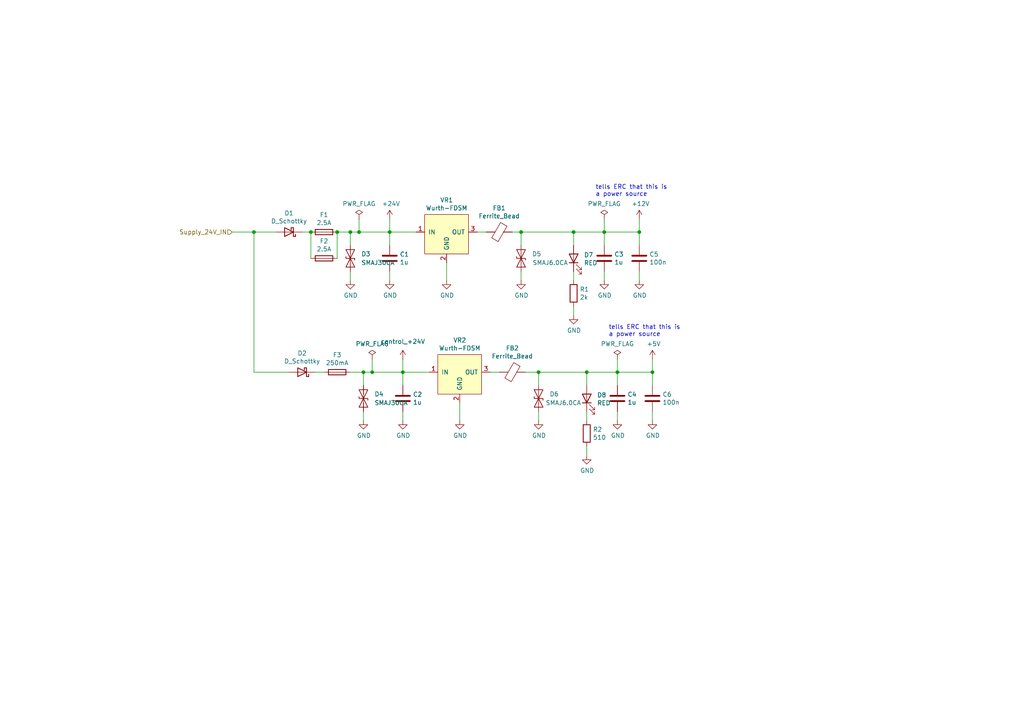
<source format=kicad_sch>
(kicad_sch
	(version 20250114)
	(generator "eeschema")
	(generator_version "9.0")
	(uuid "ace69ae7-d8c0-4e86-b4a4-6b413c7f7a13")
	(paper "A4")
	(lib_symbols
		(symbol "+24V_1"
			(power)
			(pin_numbers
				(hide yes)
			)
			(pin_names
				(offset 0)
				(hide yes)
			)
			(exclude_from_sim no)
			(in_bom yes)
			(on_board yes)
			(property "Reference" "#PWR"
				(at 0 -3.81 0)
				(effects
					(font
						(size 1.27 1.27)
					)
					(hide yes)
				)
			)
			(property "Value" "+24V"
				(at 0 3.556 0)
				(effects
					(font
						(size 1.27 1.27)
					)
				)
			)
			(property "Footprint" ""
				(at 0 0 0)
				(effects
					(font
						(size 1.27 1.27)
					)
					(hide yes)
				)
			)
			(property "Datasheet" ""
				(at 0 0 0)
				(effects
					(font
						(size 1.27 1.27)
					)
					(hide yes)
				)
			)
			(property "Description" "Power symbol creates a global label with name \"+24V\""
				(at 0 0 0)
				(effects
					(font
						(size 1.27 1.27)
					)
					(hide yes)
				)
			)
			(property "ki_keywords" "global power"
				(at 0 0 0)
				(effects
					(font
						(size 1.27 1.27)
					)
					(hide yes)
				)
			)
			(symbol "+24V_1_0_1"
				(polyline
					(pts
						(xy -0.762 1.27) (xy 0 2.54)
					)
					(stroke
						(width 0)
						(type default)
					)
					(fill
						(type none)
					)
				)
				(polyline
					(pts
						(xy 0 2.54) (xy 0.762 1.27)
					)
					(stroke
						(width 0)
						(type default)
					)
					(fill
						(type none)
					)
				)
				(polyline
					(pts
						(xy 0 0) (xy 0 2.54)
					)
					(stroke
						(width 0)
						(type default)
					)
					(fill
						(type none)
					)
				)
			)
			(symbol "+24V_1_1_1"
				(pin power_in line
					(at 0 0 90)
					(length 0)
					(name "~"
						(effects
							(font
								(size 1.27 1.27)
							)
						)
					)
					(number "1"
						(effects
							(font
								(size 1.27 1.27)
							)
						)
					)
				)
			)
			(embedded_fonts no)
		)
		(symbol "Device:C"
			(pin_numbers
				(hide yes)
			)
			(pin_names
				(offset 0.254)
			)
			(exclude_from_sim no)
			(in_bom yes)
			(on_board yes)
			(property "Reference" "C"
				(at 0.635 2.54 0)
				(effects
					(font
						(size 1.27 1.27)
					)
					(justify left)
				)
			)
			(property "Value" "C"
				(at 0.635 -2.54 0)
				(effects
					(font
						(size 1.27 1.27)
					)
					(justify left)
				)
			)
			(property "Footprint" ""
				(at 0.9652 -3.81 0)
				(effects
					(font
						(size 1.27 1.27)
					)
					(hide yes)
				)
			)
			(property "Datasheet" "~"
				(at 0 0 0)
				(effects
					(font
						(size 1.27 1.27)
					)
					(hide yes)
				)
			)
			(property "Description" "Unpolarized capacitor"
				(at 0 0 0)
				(effects
					(font
						(size 1.27 1.27)
					)
					(hide yes)
				)
			)
			(property "ki_keywords" "cap capacitor"
				(at 0 0 0)
				(effects
					(font
						(size 1.27 1.27)
					)
					(hide yes)
				)
			)
			(property "ki_fp_filters" "C_*"
				(at 0 0 0)
				(effects
					(font
						(size 1.27 1.27)
					)
					(hide yes)
				)
			)
			(symbol "C_0_1"
				(polyline
					(pts
						(xy -2.032 0.762) (xy 2.032 0.762)
					)
					(stroke
						(width 0.508)
						(type default)
					)
					(fill
						(type none)
					)
				)
				(polyline
					(pts
						(xy -2.032 -0.762) (xy 2.032 -0.762)
					)
					(stroke
						(width 0.508)
						(type default)
					)
					(fill
						(type none)
					)
				)
			)
			(symbol "C_1_1"
				(pin passive line
					(at 0 3.81 270)
					(length 2.794)
					(name "~"
						(effects
							(font
								(size 1.27 1.27)
							)
						)
					)
					(number "1"
						(effects
							(font
								(size 1.27 1.27)
							)
						)
					)
				)
				(pin passive line
					(at 0 -3.81 90)
					(length 2.794)
					(name "~"
						(effects
							(font
								(size 1.27 1.27)
							)
						)
					)
					(number "2"
						(effects
							(font
								(size 1.27 1.27)
							)
						)
					)
				)
			)
			(embedded_fonts no)
		)
		(symbol "Device:D_Schottky"
			(pin_numbers
				(hide yes)
			)
			(pin_names
				(offset 1.016)
				(hide yes)
			)
			(exclude_from_sim no)
			(in_bom yes)
			(on_board yes)
			(property "Reference" "D"
				(at 0 2.54 0)
				(effects
					(font
						(size 1.27 1.27)
					)
				)
			)
			(property "Value" "D_Schottky"
				(at 0 -2.54 0)
				(effects
					(font
						(size 1.27 1.27)
					)
				)
			)
			(property "Footprint" ""
				(at 0 0 0)
				(effects
					(font
						(size 1.27 1.27)
					)
					(hide yes)
				)
			)
			(property "Datasheet" "~"
				(at 0 0 0)
				(effects
					(font
						(size 1.27 1.27)
					)
					(hide yes)
				)
			)
			(property "Description" "Schottky diode"
				(at 0 0 0)
				(effects
					(font
						(size 1.27 1.27)
					)
					(hide yes)
				)
			)
			(property "ki_keywords" "diode Schottky"
				(at 0 0 0)
				(effects
					(font
						(size 1.27 1.27)
					)
					(hide yes)
				)
			)
			(property "ki_fp_filters" "TO-???* *_Diode_* *SingleDiode* D_*"
				(at 0 0 0)
				(effects
					(font
						(size 1.27 1.27)
					)
					(hide yes)
				)
			)
			(symbol "D_Schottky_0_1"
				(polyline
					(pts
						(xy -1.905 0.635) (xy -1.905 1.27) (xy -1.27 1.27) (xy -1.27 -1.27) (xy -0.635 -1.27) (xy -0.635 -0.635)
					)
					(stroke
						(width 0.254)
						(type default)
					)
					(fill
						(type none)
					)
				)
				(polyline
					(pts
						(xy 1.27 1.27) (xy 1.27 -1.27) (xy -1.27 0) (xy 1.27 1.27)
					)
					(stroke
						(width 0.254)
						(type default)
					)
					(fill
						(type none)
					)
				)
				(polyline
					(pts
						(xy 1.27 0) (xy -1.27 0)
					)
					(stroke
						(width 0)
						(type default)
					)
					(fill
						(type none)
					)
				)
			)
			(symbol "D_Schottky_1_1"
				(pin passive line
					(at -3.81 0 0)
					(length 2.54)
					(name "K"
						(effects
							(font
								(size 1.27 1.27)
							)
						)
					)
					(number "1"
						(effects
							(font
								(size 1.27 1.27)
							)
						)
					)
				)
				(pin passive line
					(at 3.81 0 180)
					(length 2.54)
					(name "A"
						(effects
							(font
								(size 1.27 1.27)
							)
						)
					)
					(number "2"
						(effects
							(font
								(size 1.27 1.27)
							)
						)
					)
				)
			)
			(embedded_fonts no)
		)
		(symbol "Device:Fuse"
			(pin_numbers
				(hide yes)
			)
			(pin_names
				(offset 0)
			)
			(exclude_from_sim no)
			(in_bom yes)
			(on_board yes)
			(property "Reference" "F"
				(at 2.032 0 90)
				(effects
					(font
						(size 1.27 1.27)
					)
				)
			)
			(property "Value" "Fuse"
				(at -1.905 0 90)
				(effects
					(font
						(size 1.27 1.27)
					)
				)
			)
			(property "Footprint" ""
				(at -1.778 0 90)
				(effects
					(font
						(size 1.27 1.27)
					)
					(hide yes)
				)
			)
			(property "Datasheet" "~"
				(at 0 0 0)
				(effects
					(font
						(size 1.27 1.27)
					)
					(hide yes)
				)
			)
			(property "Description" "Fuse"
				(at 0 0 0)
				(effects
					(font
						(size 1.27 1.27)
					)
					(hide yes)
				)
			)
			(property "ki_keywords" "fuse"
				(at 0 0 0)
				(effects
					(font
						(size 1.27 1.27)
					)
					(hide yes)
				)
			)
			(property "ki_fp_filters" "*Fuse*"
				(at 0 0 0)
				(effects
					(font
						(size 1.27 1.27)
					)
					(hide yes)
				)
			)
			(symbol "Fuse_0_1"
				(rectangle
					(start -0.762 -2.54)
					(end 0.762 2.54)
					(stroke
						(width 0.254)
						(type default)
					)
					(fill
						(type none)
					)
				)
				(polyline
					(pts
						(xy 0 2.54) (xy 0 -2.54)
					)
					(stroke
						(width 0)
						(type default)
					)
					(fill
						(type none)
					)
				)
			)
			(symbol "Fuse_1_1"
				(pin passive line
					(at 0 3.81 270)
					(length 1.27)
					(name "~"
						(effects
							(font
								(size 1.27 1.27)
							)
						)
					)
					(number "1"
						(effects
							(font
								(size 1.27 1.27)
							)
						)
					)
				)
				(pin passive line
					(at 0 -3.81 90)
					(length 1.27)
					(name "~"
						(effects
							(font
								(size 1.27 1.27)
							)
						)
					)
					(number "2"
						(effects
							(font
								(size 1.27 1.27)
							)
						)
					)
				)
			)
			(embedded_fonts no)
		)
		(symbol "Device:LED"
			(pin_numbers
				(hide yes)
			)
			(pin_names
				(offset 1.016)
				(hide yes)
			)
			(exclude_from_sim no)
			(in_bom yes)
			(on_board yes)
			(property "Reference" "D"
				(at 0 2.54 0)
				(effects
					(font
						(size 1.27 1.27)
					)
				)
			)
			(property "Value" "LED"
				(at 0 -2.54 0)
				(effects
					(font
						(size 1.27 1.27)
					)
				)
			)
			(property "Footprint" ""
				(at 0 0 0)
				(effects
					(font
						(size 1.27 1.27)
					)
					(hide yes)
				)
			)
			(property "Datasheet" "~"
				(at 0 0 0)
				(effects
					(font
						(size 1.27 1.27)
					)
					(hide yes)
				)
			)
			(property "Description" "Light emitting diode"
				(at 0 0 0)
				(effects
					(font
						(size 1.27 1.27)
					)
					(hide yes)
				)
			)
			(property "ki_keywords" "LED diode"
				(at 0 0 0)
				(effects
					(font
						(size 1.27 1.27)
					)
					(hide yes)
				)
			)
			(property "ki_fp_filters" "LED* LED_SMD:* LED_THT:*"
				(at 0 0 0)
				(effects
					(font
						(size 1.27 1.27)
					)
					(hide yes)
				)
			)
			(symbol "LED_0_1"
				(polyline
					(pts
						(xy -3.048 -0.762) (xy -4.572 -2.286) (xy -3.81 -2.286) (xy -4.572 -2.286) (xy -4.572 -1.524)
					)
					(stroke
						(width 0)
						(type default)
					)
					(fill
						(type none)
					)
				)
				(polyline
					(pts
						(xy -1.778 -0.762) (xy -3.302 -2.286) (xy -2.54 -2.286) (xy -3.302 -2.286) (xy -3.302 -1.524)
					)
					(stroke
						(width 0)
						(type default)
					)
					(fill
						(type none)
					)
				)
				(polyline
					(pts
						(xy -1.27 0) (xy 1.27 0)
					)
					(stroke
						(width 0)
						(type default)
					)
					(fill
						(type none)
					)
				)
				(polyline
					(pts
						(xy -1.27 -1.27) (xy -1.27 1.27)
					)
					(stroke
						(width 0.254)
						(type default)
					)
					(fill
						(type none)
					)
				)
				(polyline
					(pts
						(xy 1.27 -1.27) (xy 1.27 1.27) (xy -1.27 0) (xy 1.27 -1.27)
					)
					(stroke
						(width 0.254)
						(type default)
					)
					(fill
						(type none)
					)
				)
			)
			(symbol "LED_1_1"
				(pin passive line
					(at -3.81 0 0)
					(length 2.54)
					(name "K"
						(effects
							(font
								(size 1.27 1.27)
							)
						)
					)
					(number "1"
						(effects
							(font
								(size 1.27 1.27)
							)
						)
					)
				)
				(pin passive line
					(at 3.81 0 180)
					(length 2.54)
					(name "A"
						(effects
							(font
								(size 1.27 1.27)
							)
						)
					)
					(number "2"
						(effects
							(font
								(size 1.27 1.27)
							)
						)
					)
				)
			)
			(embedded_fonts no)
		)
		(symbol "Device:R"
			(pin_numbers
				(hide yes)
			)
			(pin_names
				(offset 0)
			)
			(exclude_from_sim no)
			(in_bom yes)
			(on_board yes)
			(property "Reference" "R"
				(at 2.032 0 90)
				(effects
					(font
						(size 1.27 1.27)
					)
				)
			)
			(property "Value" "R"
				(at 0 0 90)
				(effects
					(font
						(size 1.27 1.27)
					)
				)
			)
			(property "Footprint" ""
				(at -1.778 0 90)
				(effects
					(font
						(size 1.27 1.27)
					)
					(hide yes)
				)
			)
			(property "Datasheet" "~"
				(at 0 0 0)
				(effects
					(font
						(size 1.27 1.27)
					)
					(hide yes)
				)
			)
			(property "Description" "Resistor"
				(at 0 0 0)
				(effects
					(font
						(size 1.27 1.27)
					)
					(hide yes)
				)
			)
			(property "ki_keywords" "R res resistor"
				(at 0 0 0)
				(effects
					(font
						(size 1.27 1.27)
					)
					(hide yes)
				)
			)
			(property "ki_fp_filters" "R_*"
				(at 0 0 0)
				(effects
					(font
						(size 1.27 1.27)
					)
					(hide yes)
				)
			)
			(symbol "R_0_1"
				(rectangle
					(start -1.016 -2.54)
					(end 1.016 2.54)
					(stroke
						(width 0.254)
						(type default)
					)
					(fill
						(type none)
					)
				)
			)
			(symbol "R_1_1"
				(pin passive line
					(at 0 3.81 270)
					(length 1.27)
					(name "~"
						(effects
							(font
								(size 1.27 1.27)
							)
						)
					)
					(number "1"
						(effects
							(font
								(size 1.27 1.27)
							)
						)
					)
				)
				(pin passive line
					(at 0 -3.81 90)
					(length 1.27)
					(name "~"
						(effects
							(font
								(size 1.27 1.27)
							)
						)
					)
					(number "2"
						(effects
							(font
								(size 1.27 1.27)
							)
						)
					)
				)
			)
			(embedded_fonts no)
		)
		(symbol "Diode:SMAJ30CA"
			(pin_numbers
				(hide yes)
			)
			(pin_names
				(offset 1.016)
				(hide yes)
			)
			(exclude_from_sim no)
			(in_bom yes)
			(on_board yes)
			(property "Reference" "D"
				(at 0 2.54 0)
				(effects
					(font
						(size 1.27 1.27)
					)
				)
			)
			(property "Value" "SMAJ30CA"
				(at 0 -2.54 0)
				(effects
					(font
						(size 1.27 1.27)
					)
				)
			)
			(property "Footprint" "Diode_SMD:D_SMA"
				(at 0 -5.08 0)
				(effects
					(font
						(size 1.27 1.27)
					)
					(hide yes)
				)
			)
			(property "Datasheet" "https://www.littelfuse.com/media?resourcetype=datasheets&itemid=75e32973-b177-4ee3-a0ff-cedaf1abdb93&filename=smaj-datasheet"
				(at 0 0 0)
				(effects
					(font
						(size 1.27 1.27)
					)
					(hide yes)
				)
			)
			(property "Description" "400W bidirectional Transient Voltage Suppressor, 30.0Vr, SMA(DO-214AC)"
				(at 0 0 0)
				(effects
					(font
						(size 1.27 1.27)
					)
					(hide yes)
				)
			)
			(property "ki_keywords" "bidirectional diode TVS voltage suppressor"
				(at 0 0 0)
				(effects
					(font
						(size 1.27 1.27)
					)
					(hide yes)
				)
			)
			(property "ki_fp_filters" "D*SMA*"
				(at 0 0 0)
				(effects
					(font
						(size 1.27 1.27)
					)
					(hide yes)
				)
			)
			(symbol "SMAJ30CA_0_1"
				(polyline
					(pts
						(xy -2.54 -1.27) (xy 0 0) (xy -2.54 1.27) (xy -2.54 -1.27)
					)
					(stroke
						(width 0.2032)
						(type default)
					)
					(fill
						(type none)
					)
				)
				(polyline
					(pts
						(xy 0.508 1.27) (xy 0 1.27) (xy 0 -1.27) (xy -0.508 -1.27)
					)
					(stroke
						(width 0.2032)
						(type default)
					)
					(fill
						(type none)
					)
				)
				(polyline
					(pts
						(xy 1.27 0) (xy -1.27 0)
					)
					(stroke
						(width 0)
						(type default)
					)
					(fill
						(type none)
					)
				)
				(polyline
					(pts
						(xy 2.54 1.27) (xy 2.54 -1.27) (xy 0 0) (xy 2.54 1.27)
					)
					(stroke
						(width 0.2032)
						(type default)
					)
					(fill
						(type none)
					)
				)
			)
			(symbol "SMAJ30CA_1_1"
				(pin passive line
					(at -3.81 0 0)
					(length 2.54)
					(name "A1"
						(effects
							(font
								(size 1.27 1.27)
							)
						)
					)
					(number "1"
						(effects
							(font
								(size 1.27 1.27)
							)
						)
					)
				)
				(pin passive line
					(at 3.81 0 180)
					(length 2.54)
					(name "A2"
						(effects
							(font
								(size 1.27 1.27)
							)
						)
					)
					(number "2"
						(effects
							(font
								(size 1.27 1.27)
							)
						)
					)
				)
			)
			(embedded_fonts no)
		)
		(symbol "Diode:SMAJ6.0CA"
			(pin_numbers
				(hide yes)
			)
			(pin_names
				(offset 1.016)
				(hide yes)
			)
			(exclude_from_sim no)
			(in_bom yes)
			(on_board yes)
			(property "Reference" "D"
				(at 0 2.54 0)
				(effects
					(font
						(size 1.27 1.27)
					)
				)
			)
			(property "Value" "SMAJ6.0CA"
				(at 0 -2.54 0)
				(effects
					(font
						(size 1.27 1.27)
					)
				)
			)
			(property "Footprint" "Diode_SMD:D_SMA"
				(at 0 -5.08 0)
				(effects
					(font
						(size 1.27 1.27)
					)
					(hide yes)
				)
			)
			(property "Datasheet" "https://www.littelfuse.com/media?resourcetype=datasheets&itemid=75e32973-b177-4ee3-a0ff-cedaf1abdb93&filename=smaj-datasheet"
				(at 0 0 0)
				(effects
					(font
						(size 1.27 1.27)
					)
					(hide yes)
				)
			)
			(property "Description" "400W bidirectional Transient Voltage Suppressor, 6.0Vr, SMA(DO-214AC)"
				(at 0 0 0)
				(effects
					(font
						(size 1.27 1.27)
					)
					(hide yes)
				)
			)
			(property "ki_keywords" "bidirectional diode TVS voltage suppressor"
				(at 0 0 0)
				(effects
					(font
						(size 1.27 1.27)
					)
					(hide yes)
				)
			)
			(property "ki_fp_filters" "D*SMA*"
				(at 0 0 0)
				(effects
					(font
						(size 1.27 1.27)
					)
					(hide yes)
				)
			)
			(symbol "SMAJ6.0CA_0_1"
				(polyline
					(pts
						(xy -2.54 -1.27) (xy 0 0) (xy -2.54 1.27) (xy -2.54 -1.27)
					)
					(stroke
						(width 0.2032)
						(type default)
					)
					(fill
						(type none)
					)
				)
				(polyline
					(pts
						(xy 0.508 1.27) (xy 0 1.27) (xy 0 -1.27) (xy -0.508 -1.27)
					)
					(stroke
						(width 0.2032)
						(type default)
					)
					(fill
						(type none)
					)
				)
				(polyline
					(pts
						(xy 1.27 0) (xy -1.27 0)
					)
					(stroke
						(width 0)
						(type default)
					)
					(fill
						(type none)
					)
				)
				(polyline
					(pts
						(xy 2.54 1.27) (xy 2.54 -1.27) (xy 0 0) (xy 2.54 1.27)
					)
					(stroke
						(width 0.2032)
						(type default)
					)
					(fill
						(type none)
					)
				)
			)
			(symbol "SMAJ6.0CA_1_1"
				(pin passive line
					(at -3.81 0 0)
					(length 2.54)
					(name "A1"
						(effects
							(font
								(size 1.27 1.27)
							)
						)
					)
					(number "1"
						(effects
							(font
								(size 1.27 1.27)
							)
						)
					)
				)
				(pin passive line
					(at 3.81 0 180)
					(length 2.54)
					(name "A2"
						(effects
							(font
								(size 1.27 1.27)
							)
						)
					)
					(number "2"
						(effects
							(font
								(size 1.27 1.27)
							)
						)
					)
				)
			)
			(embedded_fonts no)
		)
		(symbol "KTHFS:Wurth-FDSM"
			(pin_names
				(offset 1.016)
			)
			(exclude_from_sim no)
			(in_bom yes)
			(on_board yes)
			(property "Reference" "VR"
				(at -5.08 6.35 0)
				(effects
					(font
						(size 1.27 1.27)
					)
				)
			)
			(property "Value" "Wurth-FDSM"
				(at 0 3.81 0)
				(effects
					(font
						(size 1.27 1.27)
					)
				)
			)
			(property "Footprint" "KTHFS:Wurth-FDSM"
				(at -7.62 3.81 0)
				(effects
					(font
						(size 1.27 1.27)
					)
					(hide yes)
				)
			)
			(property "Datasheet" "https://katalog.we-online.de/pm/datasheet/173010578.pdf"
				(at 0 0 0)
				(effects
					(font
						(size 1.27 1.27)
					)
					(hide yes)
				)
			)
			(property "Description" "DC-DC Converter MagI3C"
				(at 0 0 0)
				(effects
					(font
						(size 1.27 1.27)
					)
					(hide yes)
				)
			)
			(property "ki_keywords" "DC-DC, Step-down, Wurth"
				(at 0 0 0)
				(effects
					(font
						(size 1.27 1.27)
					)
					(hide yes)
				)
			)
			(symbol "Wurth-FDSM_0_1"
				(rectangle
					(start 6.35 5.08)
					(end -6.35 -6.35)
					(stroke
						(width 0)
						(type solid)
					)
					(fill
						(type background)
					)
				)
			)
			(symbol "Wurth-FDSM_1_1"
				(pin power_in line
					(at -8.89 0 0)
					(length 2.54)
					(name "IN"
						(effects
							(font
								(size 1.27 1.27)
							)
						)
					)
					(number "1"
						(effects
							(font
								(size 1.27 1.27)
							)
						)
					)
				)
				(pin power_in line
					(at 0 -8.89 90)
					(length 2.54)
					(name "GND"
						(effects
							(font
								(size 1.27 1.27)
							)
						)
					)
					(number "2"
						(effects
							(font
								(size 1.27 1.27)
							)
						)
					)
				)
				(pin power_out line
					(at 8.89 0 180)
					(length 2.54)
					(name "OUT"
						(effects
							(font
								(size 1.27 1.27)
							)
						)
					)
					(number "3"
						(effects
							(font
								(size 1.27 1.27)
							)
						)
					)
				)
			)
			(embedded_fonts no)
		)
		(symbol "blocks-rescue:Ferrite_Bead-Device"
			(pin_numbers
				(hide yes)
			)
			(pin_names
				(offset 0)
			)
			(exclude_from_sim no)
			(in_bom yes)
			(on_board yes)
			(property "Reference" "FB"
				(at -3.81 0.635 90)
				(effects
					(font
						(size 1.27 1.27)
					)
				)
			)
			(property "Value" "Device_Ferrite_Bead"
				(at 3.81 0 90)
				(effects
					(font
						(size 1.27 1.27)
					)
				)
			)
			(property "Footprint" ""
				(at -1.778 0 90)
				(effects
					(font
						(size 1.27 1.27)
					)
					(hide yes)
				)
			)
			(property "Datasheet" ""
				(at 0 0 0)
				(effects
					(font
						(size 1.27 1.27)
					)
					(hide yes)
				)
			)
			(property "Description" ""
				(at 0 0 0)
				(effects
					(font
						(size 1.27 1.27)
					)
					(hide yes)
				)
			)
			(property "ki_fp_filters" "Inductor_* L_* *Ferrite*"
				(at 0 0 0)
				(effects
					(font
						(size 1.27 1.27)
					)
					(hide yes)
				)
			)
			(symbol "Ferrite_Bead-Device_0_1"
				(polyline
					(pts
						(xy -2.7686 0.4064) (xy -1.7018 2.2606) (xy 2.7686 -0.3048) (xy 1.6764 -2.159) (xy -2.7686 0.4064)
					)
					(stroke
						(width 0)
						(type solid)
					)
					(fill
						(type none)
					)
				)
				(polyline
					(pts
						(xy 0 1.27) (xy 0 1.2954)
					)
					(stroke
						(width 0)
						(type solid)
					)
					(fill
						(type none)
					)
				)
				(polyline
					(pts
						(xy 0 -1.27) (xy 0 -1.2192)
					)
					(stroke
						(width 0)
						(type solid)
					)
					(fill
						(type none)
					)
				)
			)
			(symbol "Ferrite_Bead-Device_1_1"
				(pin passive line
					(at 0 3.81 270)
					(length 2.54)
					(name "~"
						(effects
							(font
								(size 1.27 1.27)
							)
						)
					)
					(number "1"
						(effects
							(font
								(size 1.27 1.27)
							)
						)
					)
				)
				(pin passive line
					(at 0 -3.81 90)
					(length 2.54)
					(name "~"
						(effects
							(font
								(size 1.27 1.27)
							)
						)
					)
					(number "2"
						(effects
							(font
								(size 1.27 1.27)
							)
						)
					)
				)
			)
			(embedded_fonts no)
		)
		(symbol "power:+24V"
			(power)
			(pin_names
				(offset 0)
			)
			(exclude_from_sim no)
			(in_bom yes)
			(on_board yes)
			(property "Reference" "#PWR"
				(at 0 -3.81 0)
				(effects
					(font
						(size 1.27 1.27)
					)
					(hide yes)
				)
			)
			(property "Value" "+24V"
				(at 0 3.556 0)
				(effects
					(font
						(size 1.27 1.27)
					)
				)
			)
			(property "Footprint" ""
				(at 0 0 0)
				(effects
					(font
						(size 1.27 1.27)
					)
					(hide yes)
				)
			)
			(property "Datasheet" ""
				(at 0 0 0)
				(effects
					(font
						(size 1.27 1.27)
					)
					(hide yes)
				)
			)
			(property "Description" "Power symbol creates a global label with name \"+24V\""
				(at 0 0 0)
				(effects
					(font
						(size 1.27 1.27)
					)
					(hide yes)
				)
			)
			(property "ki_keywords" "global power"
				(at 0 0 0)
				(effects
					(font
						(size 1.27 1.27)
					)
					(hide yes)
				)
			)
			(symbol "+24V_0_1"
				(polyline
					(pts
						(xy -0.762 1.27) (xy 0 2.54)
					)
					(stroke
						(width 0)
						(type default)
					)
					(fill
						(type none)
					)
				)
				(polyline
					(pts
						(xy 0 2.54) (xy 0.762 1.27)
					)
					(stroke
						(width 0)
						(type default)
					)
					(fill
						(type none)
					)
				)
				(polyline
					(pts
						(xy 0 0) (xy 0 2.54)
					)
					(stroke
						(width 0)
						(type default)
					)
					(fill
						(type none)
					)
				)
			)
			(symbol "+24V_1_1"
				(pin power_in line
					(at 0 0 90)
					(length 0)
					(hide yes)
					(name "+24V"
						(effects
							(font
								(size 1.27 1.27)
							)
						)
					)
					(number "1"
						(effects
							(font
								(size 1.27 1.27)
							)
						)
					)
				)
			)
			(embedded_fonts no)
		)
		(symbol "power:+5V"
			(power)
			(pin_names
				(offset 0)
			)
			(exclude_from_sim no)
			(in_bom yes)
			(on_board yes)
			(property "Reference" "#PWR"
				(at 0 -3.81 0)
				(effects
					(font
						(size 1.27 1.27)
					)
					(hide yes)
				)
			)
			(property "Value" "+5V"
				(at 0 3.556 0)
				(effects
					(font
						(size 1.27 1.27)
					)
				)
			)
			(property "Footprint" ""
				(at 0 0 0)
				(effects
					(font
						(size 1.27 1.27)
					)
					(hide yes)
				)
			)
			(property "Datasheet" ""
				(at 0 0 0)
				(effects
					(font
						(size 1.27 1.27)
					)
					(hide yes)
				)
			)
			(property "Description" "Power symbol creates a global label with name \"+5V\""
				(at 0 0 0)
				(effects
					(font
						(size 1.27 1.27)
					)
					(hide yes)
				)
			)
			(property "ki_keywords" "global power"
				(at 0 0 0)
				(effects
					(font
						(size 1.27 1.27)
					)
					(hide yes)
				)
			)
			(symbol "+5V_0_1"
				(polyline
					(pts
						(xy -0.762 1.27) (xy 0 2.54)
					)
					(stroke
						(width 0)
						(type default)
					)
					(fill
						(type none)
					)
				)
				(polyline
					(pts
						(xy 0 2.54) (xy 0.762 1.27)
					)
					(stroke
						(width 0)
						(type default)
					)
					(fill
						(type none)
					)
				)
				(polyline
					(pts
						(xy 0 0) (xy 0 2.54)
					)
					(stroke
						(width 0)
						(type default)
					)
					(fill
						(type none)
					)
				)
			)
			(symbol "+5V_1_1"
				(pin power_in line
					(at 0 0 90)
					(length 0)
					(hide yes)
					(name "+5V"
						(effects
							(font
								(size 1.27 1.27)
							)
						)
					)
					(number "1"
						(effects
							(font
								(size 1.27 1.27)
							)
						)
					)
				)
			)
			(embedded_fonts no)
		)
		(symbol "power:GND"
			(power)
			(pin_names
				(offset 0)
			)
			(exclude_from_sim no)
			(in_bom yes)
			(on_board yes)
			(property "Reference" "#PWR"
				(at 0 -6.35 0)
				(effects
					(font
						(size 1.27 1.27)
					)
					(hide yes)
				)
			)
			(property "Value" "GND"
				(at 0 -3.81 0)
				(effects
					(font
						(size 1.27 1.27)
					)
				)
			)
			(property "Footprint" ""
				(at 0 0 0)
				(effects
					(font
						(size 1.27 1.27)
					)
					(hide yes)
				)
			)
			(property "Datasheet" ""
				(at 0 0 0)
				(effects
					(font
						(size 1.27 1.27)
					)
					(hide yes)
				)
			)
			(property "Description" "Power symbol creates a global label with name \"GND\" , ground"
				(at 0 0 0)
				(effects
					(font
						(size 1.27 1.27)
					)
					(hide yes)
				)
			)
			(property "ki_keywords" "global power"
				(at 0 0 0)
				(effects
					(font
						(size 1.27 1.27)
					)
					(hide yes)
				)
			)
			(symbol "GND_0_1"
				(polyline
					(pts
						(xy 0 0) (xy 0 -1.27) (xy 1.27 -1.27) (xy 0 -2.54) (xy -1.27 -1.27) (xy 0 -1.27)
					)
					(stroke
						(width 0)
						(type default)
					)
					(fill
						(type none)
					)
				)
			)
			(symbol "GND_1_1"
				(pin power_in line
					(at 0 0 270)
					(length 0)
					(hide yes)
					(name "GND"
						(effects
							(font
								(size 1.27 1.27)
							)
						)
					)
					(number "1"
						(effects
							(font
								(size 1.27 1.27)
							)
						)
					)
				)
			)
			(embedded_fonts no)
		)
		(symbol "power:PWR_FLAG"
			(power)
			(pin_numbers
				(hide yes)
			)
			(pin_names
				(offset 0)
				(hide yes)
			)
			(exclude_from_sim no)
			(in_bom yes)
			(on_board yes)
			(property "Reference" "#FLG"
				(at 0 1.905 0)
				(effects
					(font
						(size 1.27 1.27)
					)
					(hide yes)
				)
			)
			(property "Value" "PWR_FLAG"
				(at 0 3.81 0)
				(effects
					(font
						(size 1.27 1.27)
					)
				)
			)
			(property "Footprint" ""
				(at 0 0 0)
				(effects
					(font
						(size 1.27 1.27)
					)
					(hide yes)
				)
			)
			(property "Datasheet" "~"
				(at 0 0 0)
				(effects
					(font
						(size 1.27 1.27)
					)
					(hide yes)
				)
			)
			(property "Description" "Special symbol for telling ERC where power comes from"
				(at 0 0 0)
				(effects
					(font
						(size 1.27 1.27)
					)
					(hide yes)
				)
			)
			(property "ki_keywords" "flag power"
				(at 0 0 0)
				(effects
					(font
						(size 1.27 1.27)
					)
					(hide yes)
				)
			)
			(symbol "PWR_FLAG_0_0"
				(pin power_out line
					(at 0 0 90)
					(length 0)
					(name "pwr"
						(effects
							(font
								(size 1.27 1.27)
							)
						)
					)
					(number "1"
						(effects
							(font
								(size 1.27 1.27)
							)
						)
					)
				)
			)
			(symbol "PWR_FLAG_0_1"
				(polyline
					(pts
						(xy 0 0) (xy 0 1.27) (xy -1.016 1.905) (xy 0 2.54) (xy 1.016 1.905) (xy 0 1.27)
					)
					(stroke
						(width 0)
						(type default)
					)
					(fill
						(type none)
					)
				)
			)
			(embedded_fonts no)
		)
	)
	(text "tells ERC that this is\na power source"
		(exclude_from_sim no)
		(at 172.72 57.15 0)
		(effects
			(font
				(size 1.27 1.27)
			)
			(justify left bottom)
		)
		(uuid "a729294d-728d-4d7b-bc62-e5d1c879abbe")
	)
	(text "tells ERC that this is\na power source"
		(exclude_from_sim no)
		(at 176.53 97.79 0)
		(effects
			(font
				(size 1.27 1.27)
			)
			(justify left bottom)
		)
		(uuid "cdc4b874-ac0e-43ad-87bd-0514bc35b823")
	)
	(junction
		(at 113.03 67.31)
		(diameter 0)
		(color 0 0 0 0)
		(uuid "0a6a1c5f-3973-44ef-8b95-ebd6acf5b828")
	)
	(junction
		(at 101.6 67.31)
		(diameter 0)
		(color 0 0 0 0)
		(uuid "0d47a41d-df89-4c13-b4b1-7ac54e4bc85e")
	)
	(junction
		(at 105.41 107.95)
		(diameter 0)
		(color 0 0 0 0)
		(uuid "122c6871-3807-48c1-83c3-373278750736")
	)
	(junction
		(at 170.18 107.95)
		(diameter 0)
		(color 0 0 0 0)
		(uuid "1e394c76-5e09-4ef4-bdab-e3db167b8ac8")
	)
	(junction
		(at 185.42 67.31)
		(diameter 0)
		(color 0 0 0 0)
		(uuid "3f1e8003-6110-4d9c-b13f-d2118468acb5")
	)
	(junction
		(at 166.37 67.31)
		(diameter 0)
		(color 0 0 0 0)
		(uuid "4475a47e-4b7d-4fb6-afd5-129e65925f09")
	)
	(junction
		(at 107.95 107.95)
		(diameter 0)
		(color 0 0 0 0)
		(uuid "559e8e0c-985a-4ba6-b1f9-c92e04c916da")
	)
	(junction
		(at 104.14 67.31)
		(diameter 0)
		(color 0 0 0 0)
		(uuid "58de44be-a3f3-477e-a80a-cec5e03b965e")
	)
	(junction
		(at 90.17 67.31)
		(diameter 0)
		(color 0 0 0 0)
		(uuid "652070e4-7945-4dbb-9050-c491da8c1304")
	)
	(junction
		(at 116.84 107.95)
		(diameter 0)
		(color 0 0 0 0)
		(uuid "7d66e886-0a45-4810-b294-bd5f16e0d28f")
	)
	(junction
		(at 189.23 107.95)
		(diameter 0)
		(color 0 0 0 0)
		(uuid "ab01ad28-bda0-4499-898a-d56720a6a537")
	)
	(junction
		(at 179.07 107.95)
		(diameter 0)
		(color 0 0 0 0)
		(uuid "b3c47f9b-11a5-4cbb-9f57-944c7c04959e")
	)
	(junction
		(at 73.66 67.31)
		(diameter 0)
		(color 0 0 0 0)
		(uuid "be024745-f583-4b6c-a0f1-d74f74ba4060")
	)
	(junction
		(at 175.26 67.31)
		(diameter 0)
		(color 0 0 0 0)
		(uuid "d08712be-09aa-4f76-b0d6-023a9477b12b")
	)
	(junction
		(at 151.13 67.31)
		(diameter 0)
		(color 0 0 0 0)
		(uuid "d46057e6-a259-4749-940b-7a51e38ca891")
	)
	(junction
		(at 156.21 107.95)
		(diameter 0)
		(color 0 0 0 0)
		(uuid "f22a80b8-d363-4d3e-84ae-e97c877ef00c")
	)
	(junction
		(at 97.79 67.31)
		(diameter 0)
		(color 0 0 0 0)
		(uuid "f27e1c65-b472-49f8-bcb3-64bc67d14036")
	)
	(wire
		(pts
			(xy 113.03 63.5) (xy 113.03 67.31)
		)
		(stroke
			(width 0)
			(type default)
		)
		(uuid "02a77e13-2c8b-47ef-9e34-dd663a52d8d3")
	)
	(wire
		(pts
			(xy 113.03 67.31) (xy 104.14 67.31)
		)
		(stroke
			(width 0)
			(type default)
		)
		(uuid "0b20c372-2cf2-4db5-b5ee-46064a42d651")
	)
	(wire
		(pts
			(xy 91.44 107.95) (xy 93.98 107.95)
		)
		(stroke
			(width 0)
			(type default)
		)
		(uuid "0d89d365-68e6-41d8-ab8e-bf15d1a8077e")
	)
	(wire
		(pts
			(xy 156.21 107.95) (xy 170.18 107.95)
		)
		(stroke
			(width 0)
			(type default)
		)
		(uuid "0d8c476c-33dc-458d-a2ac-b4436e2770b5")
	)
	(wire
		(pts
			(xy 105.41 111.76) (xy 105.41 107.95)
		)
		(stroke
			(width 0)
			(type default)
		)
		(uuid "0da6d6e4-42d1-4116-ac12-68fc2f1d1127")
	)
	(wire
		(pts
			(xy 97.79 67.31) (xy 97.79 74.93)
		)
		(stroke
			(width 0)
			(type default)
		)
		(uuid "1cd12ec5-95b5-431c-b583-2c34bbb6ac2e")
	)
	(wire
		(pts
			(xy 151.13 71.12) (xy 151.13 67.31)
		)
		(stroke
			(width 0)
			(type default)
		)
		(uuid "217c9478-4772-4be8-8324-f2f8a32cbf4f")
	)
	(wire
		(pts
			(xy 179.07 111.76) (xy 179.07 107.95)
		)
		(stroke
			(width 0)
			(type default)
		)
		(uuid "2a361aaa-8461-4c24-88d0-52a2ec63ae31")
	)
	(wire
		(pts
			(xy 107.95 104.14) (xy 107.95 107.95)
		)
		(stroke
			(width 0)
			(type default)
		)
		(uuid "2a93c622-9630-46e8-bc1a-1a98d25ffe38")
	)
	(wire
		(pts
			(xy 73.66 67.31) (xy 80.01 67.31)
		)
		(stroke
			(width 0)
			(type default)
		)
		(uuid "2ab95cb4-9501-4d08-b7b2-4bfbdc438210")
	)
	(wire
		(pts
			(xy 73.66 107.95) (xy 83.82 107.95)
		)
		(stroke
			(width 0)
			(type default)
		)
		(uuid "370478ca-b48e-4cd0-9ebb-d40970b75da4")
	)
	(wire
		(pts
			(xy 87.63 67.31) (xy 90.17 67.31)
		)
		(stroke
			(width 0)
			(type default)
		)
		(uuid "3dcdb274-49b0-4176-a272-6510964cba73")
	)
	(wire
		(pts
			(xy 166.37 91.44) (xy 166.37 88.9)
		)
		(stroke
			(width 0)
			(type default)
		)
		(uuid "3e6fbbaf-b374-4687-9513-28d340c1114d")
	)
	(wire
		(pts
			(xy 166.37 78.74) (xy 166.37 81.28)
		)
		(stroke
			(width 0)
			(type default)
		)
		(uuid "51b01bee-4324-4db7-887d-5489e65c56c5")
	)
	(wire
		(pts
			(xy 101.6 81.28) (xy 101.6 78.74)
		)
		(stroke
			(width 0)
			(type default)
		)
		(uuid "563e1fbc-79e2-43be-adb3-3f9951704665")
	)
	(wire
		(pts
			(xy 152.4 107.95) (xy 156.21 107.95)
		)
		(stroke
			(width 0)
			(type default)
		)
		(uuid "5cc55482-6e41-4622-bb29-d2fcae2d094a")
	)
	(wire
		(pts
			(xy 107.95 107.95) (xy 105.41 107.95)
		)
		(stroke
			(width 0)
			(type default)
		)
		(uuid "5e2b4fca-6dc9-46da-ac4c-0df46d5960c4")
	)
	(wire
		(pts
			(xy 166.37 67.31) (xy 175.26 67.31)
		)
		(stroke
			(width 0)
			(type default)
		)
		(uuid "5ed75c35-4e3d-4d3e-a936-442000aebe7b")
	)
	(wire
		(pts
			(xy 73.66 67.31) (xy 73.66 107.95)
		)
		(stroke
			(width 0)
			(type default)
		)
		(uuid "683e6799-62cc-497b-b6a8-7c643710036e")
	)
	(wire
		(pts
			(xy 189.23 107.95) (xy 179.07 107.95)
		)
		(stroke
			(width 0)
			(type default)
		)
		(uuid "6c4fec40-9547-4de0-a700-a77dd6c0deee")
	)
	(wire
		(pts
			(xy 138.43 67.31) (xy 140.97 67.31)
		)
		(stroke
			(width 0)
			(type default)
		)
		(uuid "6ec121b3-9af3-45c5-93f3-2171323a34f8")
	)
	(wire
		(pts
			(xy 148.59 67.31) (xy 151.13 67.31)
		)
		(stroke
			(width 0)
			(type default)
		)
		(uuid "70a026ac-274d-4352-b15f-b60c06ad6e3e")
	)
	(wire
		(pts
			(xy 101.6 71.12) (xy 101.6 67.31)
		)
		(stroke
			(width 0)
			(type default)
		)
		(uuid "74088b33-6233-45fc-9946-b55587d990cc")
	)
	(wire
		(pts
			(xy 185.42 67.31) (xy 175.26 67.31)
		)
		(stroke
			(width 0)
			(type default)
		)
		(uuid "76b3134b-c2b9-4646-aac4-9cfa0aa385f1")
	)
	(wire
		(pts
			(xy 189.23 104.14) (xy 189.23 107.95)
		)
		(stroke
			(width 0)
			(type default)
		)
		(uuid "76c708db-0899-47d9-881c-f4ad9277bf38")
	)
	(wire
		(pts
			(xy 133.35 121.92) (xy 133.35 116.84)
		)
		(stroke
			(width 0)
			(type default)
		)
		(uuid "885f3c8f-07c2-44af-b018-76c9e771b170")
	)
	(wire
		(pts
			(xy 175.26 71.12) (xy 175.26 67.31)
		)
		(stroke
			(width 0)
			(type default)
		)
		(uuid "8c966b75-8670-4c6c-a712-953d9e409cf4")
	)
	(wire
		(pts
			(xy 116.84 121.92) (xy 116.84 119.38)
		)
		(stroke
			(width 0)
			(type default)
		)
		(uuid "8f53111f-fcd6-4897-aab9-a8db6d10ba70")
	)
	(wire
		(pts
			(xy 175.26 81.28) (xy 175.26 78.74)
		)
		(stroke
			(width 0)
			(type default)
		)
		(uuid "93c6e7c5-68b8-410a-a523-5579f66a7f97")
	)
	(wire
		(pts
			(xy 175.26 63.5) (xy 175.26 67.31)
		)
		(stroke
			(width 0)
			(type default)
		)
		(uuid "9823196d-c23f-4a2d-8b58-9afdda89230b")
	)
	(wire
		(pts
			(xy 185.42 71.12) (xy 185.42 67.31)
		)
		(stroke
			(width 0)
			(type default)
		)
		(uuid "995a9685-2de4-4dab-8aa3-12d4466f1c2d")
	)
	(wire
		(pts
			(xy 156.21 111.76) (xy 156.21 107.95)
		)
		(stroke
			(width 0)
			(type default)
		)
		(uuid "99a43d01-2443-43f0-9db1-c6d4627a48f7")
	)
	(wire
		(pts
			(xy 105.41 121.92) (xy 105.41 119.38)
		)
		(stroke
			(width 0)
			(type default)
		)
		(uuid "9e03433f-f364-419b-b65d-7c0a6b24c6b6")
	)
	(wire
		(pts
			(xy 113.03 67.31) (xy 120.65 67.31)
		)
		(stroke
			(width 0)
			(type default)
		)
		(uuid "9fdd2a55-2b31-485a-b2e1-074790992558")
	)
	(wire
		(pts
			(xy 105.41 107.95) (xy 101.6 107.95)
		)
		(stroke
			(width 0)
			(type default)
		)
		(uuid "a084e4c4-714b-4a9f-aed9-37b4d19763a4")
	)
	(wire
		(pts
			(xy 116.84 107.95) (xy 107.95 107.95)
		)
		(stroke
			(width 0)
			(type default)
		)
		(uuid "a1de01e5-0778-4675-8fe0-c7b6e738c7a1")
	)
	(wire
		(pts
			(xy 189.23 111.76) (xy 189.23 107.95)
		)
		(stroke
			(width 0)
			(type default)
		)
		(uuid "a5184631-e86d-45a2-b94e-8909cd38afeb")
	)
	(wire
		(pts
			(xy 113.03 81.28) (xy 113.03 78.74)
		)
		(stroke
			(width 0)
			(type default)
		)
		(uuid "a7427ebe-427f-42e4-90e2-f0f30f1a19c4")
	)
	(wire
		(pts
			(xy 67.31 67.31) (xy 73.66 67.31)
		)
		(stroke
			(width 0)
			(type default)
		)
		(uuid "a873094a-51ed-4356-ad52-991d9de1af45")
	)
	(wire
		(pts
			(xy 129.54 81.28) (xy 129.54 76.2)
		)
		(stroke
			(width 0)
			(type default)
		)
		(uuid "a94e35f2-5365-4145-aae8-d9783dd68e3f")
	)
	(wire
		(pts
			(xy 151.13 67.31) (xy 166.37 67.31)
		)
		(stroke
			(width 0)
			(type default)
		)
		(uuid "ab52a07a-261e-4287-be03-cac83d41035b")
	)
	(wire
		(pts
			(xy 185.42 63.5) (xy 185.42 67.31)
		)
		(stroke
			(width 0)
			(type default)
		)
		(uuid "ad8d1ac4-f8b7-48c1-b12c-9872d10dfca3")
	)
	(wire
		(pts
			(xy 101.6 67.31) (xy 97.79 67.31)
		)
		(stroke
			(width 0)
			(type default)
		)
		(uuid "afc349a5-d95a-4f3c-a651-fc6e5ec171fe")
	)
	(wire
		(pts
			(xy 90.17 67.31) (xy 90.17 74.93)
		)
		(stroke
			(width 0)
			(type default)
		)
		(uuid "bd53e57f-b8ae-4e16-9032-d184db77b367")
	)
	(wire
		(pts
			(xy 116.84 111.76) (xy 116.84 107.95)
		)
		(stroke
			(width 0)
			(type default)
		)
		(uuid "c5265e11-5c1d-440c-8fd3-e2b53af4eff7")
	)
	(wire
		(pts
			(xy 166.37 71.12) (xy 166.37 67.31)
		)
		(stroke
			(width 0)
			(type default)
		)
		(uuid "c86f9975-d399-401b-9fd9-857c818e8222")
	)
	(wire
		(pts
			(xy 179.07 121.92) (xy 179.07 119.38)
		)
		(stroke
			(width 0)
			(type default)
		)
		(uuid "c9b46df3-2acb-4464-9659-a4caebe57514")
	)
	(wire
		(pts
			(xy 151.13 81.28) (xy 151.13 78.74)
		)
		(stroke
			(width 0)
			(type default)
		)
		(uuid "cc21f2fc-b402-4b64-9ed9-922d5371750c")
	)
	(wire
		(pts
			(xy 104.14 63.5) (xy 104.14 67.31)
		)
		(stroke
			(width 0)
			(type default)
		)
		(uuid "d100135f-dbbd-4f5e-b700-37b719a14320")
	)
	(wire
		(pts
			(xy 170.18 111.76) (xy 170.18 107.95)
		)
		(stroke
			(width 0)
			(type default)
		)
		(uuid "d5a4db46-bd79-4cab-9fdd-99b01bb4c803")
	)
	(wire
		(pts
			(xy 185.42 81.28) (xy 185.42 78.74)
		)
		(stroke
			(width 0)
			(type default)
		)
		(uuid "d5f32130-4205-414d-97e6-510514523802")
	)
	(wire
		(pts
			(xy 179.07 104.14) (xy 179.07 107.95)
		)
		(stroke
			(width 0)
			(type default)
		)
		(uuid "d921e4e1-109b-490e-8d11-00695c773984")
	)
	(wire
		(pts
			(xy 170.18 119.38) (xy 170.18 121.92)
		)
		(stroke
			(width 0)
			(type default)
		)
		(uuid "d9bfd3df-1064-476d-a911-f598770d7e82")
	)
	(wire
		(pts
			(xy 116.84 104.14) (xy 116.84 107.95)
		)
		(stroke
			(width 0)
			(type default)
		)
		(uuid "db0f3aca-1970-417a-9d65-563c4fd0df70")
	)
	(wire
		(pts
			(xy 156.21 121.92) (xy 156.21 119.38)
		)
		(stroke
			(width 0)
			(type default)
		)
		(uuid "dbb9dc87-ff26-474e-a0f3-7ee6bb2b4d74")
	)
	(wire
		(pts
			(xy 104.14 67.31) (xy 101.6 67.31)
		)
		(stroke
			(width 0)
			(type default)
		)
		(uuid "e2604f76-02ad-4078-ae5d-9dc3d5a406e7")
	)
	(wire
		(pts
			(xy 142.24 107.95) (xy 144.78 107.95)
		)
		(stroke
			(width 0)
			(type default)
		)
		(uuid "e9559474-d866-490e-a50a-df5c3c711c13")
	)
	(wire
		(pts
			(xy 113.03 71.12) (xy 113.03 67.31)
		)
		(stroke
			(width 0)
			(type default)
		)
		(uuid "efdc4b35-5997-489a-b065-2ac55eb4c1ea")
	)
	(wire
		(pts
			(xy 170.18 129.54) (xy 170.18 132.08)
		)
		(stroke
			(width 0)
			(type default)
		)
		(uuid "f37ac2ac-a3c6-47e9-bad4-b5d2d5b21a07")
	)
	(wire
		(pts
			(xy 189.23 121.92) (xy 189.23 119.38)
		)
		(stroke
			(width 0)
			(type default)
		)
		(uuid "f43cae51-8138-43fb-b265-6f5368fa5d52")
	)
	(wire
		(pts
			(xy 116.84 107.95) (xy 124.46 107.95)
		)
		(stroke
			(width 0)
			(type default)
		)
		(uuid "f56a7632-c83e-4507-a638-44e55a071359")
	)
	(wire
		(pts
			(xy 170.18 107.95) (xy 179.07 107.95)
		)
		(stroke
			(width 0)
			(type default)
		)
		(uuid "fb0af1e0-aa1f-421f-8dd9-4200fc8a6360")
	)
	(hierarchical_label "Supply_24V_IN"
		(shape input)
		(at 67.31 67.31 180)
		(effects
			(font
				(size 1.27 1.27)
			)
			(justify right)
		)
		(uuid "56357298-6f90-4ef2-848a-773098d23fad")
	)
	(symbol
		(lib_id "KTHFS:Wurth-FDSM")
		(at 129.54 67.31 0)
		(unit 1)
		(exclude_from_sim no)
		(in_bom yes)
		(on_board yes)
		(dnp no)
		(uuid "00000000-0000-0000-0000-00005de8dc71")
		(property "Reference" "VR1"
			(at 129.54 58.039 0)
			(effects
				(font
					(size 1.27 1.27)
				)
			)
		)
		(property "Value" "Wurth-FDSM"
			(at 129.54 60.3504 0)
			(effects
				(font
					(size 1.27 1.27)
				)
			)
		)
		(property "Footprint" "KTHFS:Wurth-FDSM"
			(at 121.92 63.5 0)
			(effects
				(font
					(size 1.27 1.27)
				)
				(hide yes)
			)
		)
		(property "Datasheet" "https://katalog.we-online.de/pm/datasheet/173010578.pdf"
			(at 129.54 67.31 0)
			(effects
				(font
					(size 1.27 1.27)
				)
				(hide yes)
			)
		)
		(property "Description" ""
			(at 129.54 67.31 0)
			(effects
				(font
					(size 1.27 1.27)
				)
			)
		)
		(pin "1"
			(uuid "cca55ee3-217b-4f18-b02d-38d32c3dc1c2")
		)
		(pin "2"
			(uuid "c7a2784c-8f1c-407b-ab9c-2f1e46db0641")
		)
		(pin "3"
			(uuid "116d908d-6514-4207-a5e1-80e3a75b10b0")
		)
		(instances
			(project "SlipSensor_HW"
				(path "/f1ca9c4e-2bdc-432a-b865-ec62cb741897/8b39459f-d9bb-423e-9b74-a67127c5b1a5"
					(reference "VR1")
					(unit 1)
				)
			)
		)
	)
	(symbol
		(lib_id "Device:Fuse")
		(at 93.98 67.31 270)
		(unit 1)
		(exclude_from_sim no)
		(in_bom yes)
		(on_board yes)
		(dnp no)
		(uuid "00000000-0000-0000-0000-00005de8e0ca")
		(property "Reference" "F1"
			(at 93.98 62.3062 90)
			(effects
				(font
					(size 1.27 1.27)
				)
			)
		)
		(property "Value" "2.5A"
			(at 93.98 64.6176 90)
			(effects
				(font
					(size 1.27 1.27)
				)
			)
		)
		(property "Footprint" "Fuse:Fuse_0805_2012Metric_Pad1.15x1.40mm_HandSolder"
			(at 93.98 65.532 90)
			(effects
				(font
					(size 1.27 1.27)
				)
				(hide yes)
			)
		)
		(property "Datasheet" "~"
			(at 93.98 67.31 0)
			(effects
				(font
					(size 1.27 1.27)
				)
				(hide yes)
			)
		)
		(property "Description" ""
			(at 93.98 67.31 0)
			(effects
				(font
					(size 1.27 1.27)
				)
			)
		)
		(pin "1"
			(uuid "26b7c5ff-4c13-4f3e-88b0-66de66410d5a")
		)
		(pin "2"
			(uuid "55d6d89e-b529-430f-88b9-f89c6f2c226c")
		)
		(instances
			(project "SlipSensor_HW"
				(path "/f1ca9c4e-2bdc-432a-b865-ec62cb741897/8b39459f-d9bb-423e-9b74-a67127c5b1a5"
					(reference "F1")
					(unit 1)
				)
			)
		)
	)
	(symbol
		(lib_id "Device:D_Schottky")
		(at 83.82 67.31 180)
		(unit 1)
		(exclude_from_sim no)
		(in_bom yes)
		(on_board yes)
		(dnp no)
		(uuid "00000000-0000-0000-0000-00005de8e836")
		(property "Reference" "D1"
			(at 83.82 61.8236 0)
			(effects
				(font
					(size 1.27 1.27)
				)
			)
		)
		(property "Value" "D_Schottky"
			(at 83.82 64.135 0)
			(effects
				(font
					(size 1.27 1.27)
				)
			)
		)
		(property "Footprint" "Diode_SMD:D_SOD-323_HandSoldering"
			(at 83.82 67.31 0)
			(effects
				(font
					(size 1.27 1.27)
				)
				(hide yes)
			)
		)
		(property "Datasheet" "~"
			(at 83.82 67.31 0)
			(effects
				(font
					(size 1.27 1.27)
				)
				(hide yes)
			)
		)
		(property "Description" ""
			(at 83.82 67.31 0)
			(effects
				(font
					(size 1.27 1.27)
				)
			)
		)
		(pin "1"
			(uuid "23242c90-2bd2-4d51-9f0b-8a453bc8c706")
		)
		(pin "2"
			(uuid "ccdcf849-e16b-4aac-ae21-f34c561a5f61")
		)
		(instances
			(project "SlipSensor_HW"
				(path "/f1ca9c4e-2bdc-432a-b865-ec62cb741897/8b39459f-d9bb-423e-9b74-a67127c5b1a5"
					(reference "D1")
					(unit 1)
				)
			)
		)
	)
	(symbol
		(lib_id "Device:C")
		(at 113.03 74.93 0)
		(unit 1)
		(exclude_from_sim no)
		(in_bom yes)
		(on_board yes)
		(dnp no)
		(uuid "00000000-0000-0000-0000-00005de9088b")
		(property "Reference" "C1"
			(at 115.951 73.7616 0)
			(effects
				(font
					(size 1.27 1.27)
				)
				(justify left)
			)
		)
		(property "Value" "1u"
			(at 115.951 76.073 0)
			(effects
				(font
					(size 1.27 1.27)
				)
				(justify left)
			)
		)
		(property "Footprint" "Capacitor_SMD:C_0603_1608Metric_Pad1.08x0.95mm_HandSolder"
			(at 113.9952 78.74 0)
			(effects
				(font
					(size 1.27 1.27)
				)
				(hide yes)
			)
		)
		(property "Datasheet" "~"
			(at 113.03 74.93 0)
			(effects
				(font
					(size 1.27 1.27)
				)
				(hide yes)
			)
		)
		(property "Description" ""
			(at 113.03 74.93 0)
			(effects
				(font
					(size 1.27 1.27)
				)
			)
		)
		(pin "1"
			(uuid "61148617-df05-4a40-a458-2eb7ea80c6ce")
		)
		(pin "2"
			(uuid "dcae6e8a-c95e-4a5b-be48-079d87b481a4")
		)
		(instances
			(project "SlipSensor_HW"
				(path "/f1ca9c4e-2bdc-432a-b865-ec62cb741897/8b39459f-d9bb-423e-9b74-a67127c5b1a5"
					(reference "C1")
					(unit 1)
				)
			)
		)
	)
	(symbol
		(lib_id "power:GND")
		(at 129.54 81.28 0)
		(unit 1)
		(exclude_from_sim no)
		(in_bom yes)
		(on_board yes)
		(dnp no)
		(uuid "00000000-0000-0000-0000-00005de931f9")
		(property "Reference" "#PWR012"
			(at 129.54 87.63 0)
			(effects
				(font
					(size 1.27 1.27)
				)
				(hide yes)
			)
		)
		(property "Value" "GND"
			(at 129.667 85.6742 0)
			(effects
				(font
					(size 1.27 1.27)
				)
			)
		)
		(property "Footprint" ""
			(at 129.54 81.28 0)
			(effects
				(font
					(size 1.27 1.27)
				)
				(hide yes)
			)
		)
		(property "Datasheet" ""
			(at 129.54 81.28 0)
			(effects
				(font
					(size 1.27 1.27)
				)
				(hide yes)
			)
		)
		(property "Description" ""
			(at 129.54 81.28 0)
			(effects
				(font
					(size 1.27 1.27)
				)
			)
		)
		(pin "1"
			(uuid "31ec8b72-1c63-44b3-b5b7-c4206318ae06")
		)
		(instances
			(project "SlipSensor_HW"
				(path "/f1ca9c4e-2bdc-432a-b865-ec62cb741897/8b39459f-d9bb-423e-9b74-a67127c5b1a5"
					(reference "#PWR012")
					(unit 1)
				)
			)
		)
	)
	(symbol
		(lib_id "power:GND")
		(at 113.03 81.28 0)
		(unit 1)
		(exclude_from_sim no)
		(in_bom yes)
		(on_board yes)
		(dnp no)
		(uuid "00000000-0000-0000-0000-00005de935c5")
		(property "Reference" "#PWR09"
			(at 113.03 87.63 0)
			(effects
				(font
					(size 1.27 1.27)
				)
				(hide yes)
			)
		)
		(property "Value" "GND"
			(at 113.157 85.6742 0)
			(effects
				(font
					(size 1.27 1.27)
				)
			)
		)
		(property "Footprint" ""
			(at 113.03 81.28 0)
			(effects
				(font
					(size 1.27 1.27)
				)
				(hide yes)
			)
		)
		(property "Datasheet" ""
			(at 113.03 81.28 0)
			(effects
				(font
					(size 1.27 1.27)
				)
				(hide yes)
			)
		)
		(property "Description" ""
			(at 113.03 81.28 0)
			(effects
				(font
					(size 1.27 1.27)
				)
			)
		)
		(pin "1"
			(uuid "426cb1af-9155-4ec7-878d-55e0d69f2382")
		)
		(instances
			(project "SlipSensor_HW"
				(path "/f1ca9c4e-2bdc-432a-b865-ec62cb741897/8b39459f-d9bb-423e-9b74-a67127c5b1a5"
					(reference "#PWR09")
					(unit 1)
				)
			)
		)
	)
	(symbol
		(lib_id "power:GND")
		(at 101.6 81.28 0)
		(unit 1)
		(exclude_from_sim no)
		(in_bom yes)
		(on_board yes)
		(dnp no)
		(uuid "00000000-0000-0000-0000-00005de93ed3")
		(property "Reference" "#PWR06"
			(at 101.6 87.63 0)
			(effects
				(font
					(size 1.27 1.27)
				)
				(hide yes)
			)
		)
		(property "Value" "GND"
			(at 101.727 85.6742 0)
			(effects
				(font
					(size 1.27 1.27)
				)
			)
		)
		(property "Footprint" ""
			(at 101.6 81.28 0)
			(effects
				(font
					(size 1.27 1.27)
				)
				(hide yes)
			)
		)
		(property "Datasheet" ""
			(at 101.6 81.28 0)
			(effects
				(font
					(size 1.27 1.27)
				)
				(hide yes)
			)
		)
		(property "Description" ""
			(at 101.6 81.28 0)
			(effects
				(font
					(size 1.27 1.27)
				)
			)
		)
		(pin "1"
			(uuid "ad3ba9ca-6c14-4d67-ad53-d69795e187cb")
		)
		(instances
			(project "SlipSensor_HW"
				(path "/f1ca9c4e-2bdc-432a-b865-ec62cb741897/8b39459f-d9bb-423e-9b74-a67127c5b1a5"
					(reference "#PWR06")
					(unit 1)
				)
			)
		)
	)
	(symbol
		(lib_id "Device:C")
		(at 175.26 74.93 0)
		(unit 1)
		(exclude_from_sim no)
		(in_bom yes)
		(on_board yes)
		(dnp no)
		(uuid "00000000-0000-0000-0000-00005de96837")
		(property "Reference" "C3"
			(at 178.181 73.7616 0)
			(effects
				(font
					(size 1.27 1.27)
				)
				(justify left)
			)
		)
		(property "Value" "1u"
			(at 178.181 76.073 0)
			(effects
				(font
					(size 1.27 1.27)
				)
				(justify left)
			)
		)
		(property "Footprint" "Capacitor_SMD:C_0603_1608Metric_Pad1.08x0.95mm_HandSolder"
			(at 176.2252 78.74 0)
			(effects
				(font
					(size 1.27 1.27)
				)
				(hide yes)
			)
		)
		(property "Datasheet" "~"
			(at 175.26 74.93 0)
			(effects
				(font
					(size 1.27 1.27)
				)
				(hide yes)
			)
		)
		(property "Description" ""
			(at 175.26 74.93 0)
			(effects
				(font
					(size 1.27 1.27)
				)
			)
		)
		(pin "1"
			(uuid "5655d59d-a894-471e-b001-6486d4ebb5be")
		)
		(pin "2"
			(uuid "b7711235-4502-43a6-a344-e883c893aaf2")
		)
		(instances
			(project "SlipSensor_HW"
				(path "/f1ca9c4e-2bdc-432a-b865-ec62cb741897/8b39459f-d9bb-423e-9b74-a67127c5b1a5"
					(reference "C3")
					(unit 1)
				)
			)
		)
	)
	(symbol
		(lib_id "power:+24V")
		(at 113.03 63.5 0)
		(unit 1)
		(exclude_from_sim no)
		(in_bom yes)
		(on_board yes)
		(dnp no)
		(uuid "00000000-0000-0000-0000-00005de9891f")
		(property "Reference" "#PWR08"
			(at 113.03 67.31 0)
			(effects
				(font
					(size 1.27 1.27)
				)
				(hide yes)
			)
		)
		(property "Value" "+24V"
			(at 113.411 59.1058 0)
			(effects
				(font
					(size 1.27 1.27)
				)
			)
		)
		(property "Footprint" ""
			(at 113.03 63.5 0)
			(effects
				(font
					(size 1.27 1.27)
				)
				(hide yes)
			)
		)
		(property "Datasheet" ""
			(at 113.03 63.5 0)
			(effects
				(font
					(size 1.27 1.27)
				)
				(hide yes)
			)
		)
		(property "Description" ""
			(at 113.03 63.5 0)
			(effects
				(font
					(size 1.27 1.27)
				)
			)
		)
		(pin "1"
			(uuid "eef3ef88-8310-46f9-a76f-4ae2243cf60e")
		)
		(instances
			(project "SlipSensor_HW"
				(path "/f1ca9c4e-2bdc-432a-b865-ec62cb741897/8b39459f-d9bb-423e-9b74-a67127c5b1a5"
					(reference "#PWR08")
					(unit 1)
				)
			)
		)
	)
	(symbol
		(lib_id "power:PWR_FLAG")
		(at 175.26 63.5 0)
		(unit 1)
		(exclude_from_sim no)
		(in_bom yes)
		(on_board yes)
		(dnp no)
		(uuid "00000000-0000-0000-0000-00005de9b17c")
		(property "Reference" "#FLG03"
			(at 175.26 61.595 0)
			(effects
				(font
					(size 1.27 1.27)
				)
				(hide yes)
			)
		)
		(property "Value" "PWR_FLAG"
			(at 175.26 59.1058 0)
			(effects
				(font
					(size 1.27 1.27)
				)
			)
		)
		(property "Footprint" ""
			(at 175.26 63.5 0)
			(effects
				(font
					(size 1.27 1.27)
				)
				(hide yes)
			)
		)
		(property "Datasheet" "~"
			(at 175.26 63.5 0)
			(effects
				(font
					(size 1.27 1.27)
				)
				(hide yes)
			)
		)
		(property "Description" ""
			(at 175.26 63.5 0)
			(effects
				(font
					(size 1.27 1.27)
				)
			)
		)
		(pin "1"
			(uuid "b682f991-d609-4260-9c8d-ae201a43a5bd")
		)
		(instances
			(project "SlipSensor_HW"
				(path "/f1ca9c4e-2bdc-432a-b865-ec62cb741897/8b39459f-d9bb-423e-9b74-a67127c5b1a5"
					(reference "#FLG03")
					(unit 1)
				)
			)
		)
	)
	(symbol
		(lib_id "Device:LED")
		(at 166.37 74.93 90)
		(unit 1)
		(exclude_from_sim no)
		(in_bom yes)
		(on_board yes)
		(dnp no)
		(uuid "00000000-0000-0000-0000-00005dea538c")
		(property "Reference" "D7"
			(at 169.3672 73.9394 90)
			(effects
				(font
					(size 1.27 1.27)
				)
				(justify right)
			)
		)
		(property "Value" "RED"
			(at 169.3672 76.2508 90)
			(effects
				(font
					(size 1.27 1.27)
				)
				(justify right)
			)
		)
		(property "Footprint" "LED_SMD:LED_0603_1608Metric_Pad1.05x0.95mm_HandSolder"
			(at 166.37 74.93 0)
			(effects
				(font
					(size 1.27 1.27)
				)
				(hide yes)
			)
		)
		(property "Datasheet" "~"
			(at 166.37 74.93 0)
			(effects
				(font
					(size 1.27 1.27)
				)
				(hide yes)
			)
		)
		(property "Description" ""
			(at 166.37 74.93 0)
			(effects
				(font
					(size 1.27 1.27)
				)
			)
		)
		(pin "1"
			(uuid "f8cdbd40-6302-4173-b6b5-6743ffff5150")
		)
		(pin "2"
			(uuid "ac99716e-8987-40bf-b23e-16d5a168ec0f")
		)
		(instances
			(project "SlipSensor_HW"
				(path "/f1ca9c4e-2bdc-432a-b865-ec62cb741897/8b39459f-d9bb-423e-9b74-a67127c5b1a5"
					(reference "D7")
					(unit 1)
				)
			)
		)
	)
	(symbol
		(lib_id "Device:R")
		(at 166.37 85.09 0)
		(unit 1)
		(exclude_from_sim no)
		(in_bom yes)
		(on_board yes)
		(dnp no)
		(uuid "00000000-0000-0000-0000-00005dea6286")
		(property "Reference" "R1"
			(at 168.148 83.9216 0)
			(effects
				(font
					(size 1.27 1.27)
				)
				(justify left)
			)
		)
		(property "Value" "2k"
			(at 168.148 86.233 0)
			(effects
				(font
					(size 1.27 1.27)
				)
				(justify left)
			)
		)
		(property "Footprint" "Resistor_SMD:R_0603_1608Metric_Pad0.98x0.95mm_HandSolder"
			(at 164.592 85.09 90)
			(effects
				(font
					(size 1.27 1.27)
				)
				(hide yes)
			)
		)
		(property "Datasheet" "~"
			(at 166.37 85.09 0)
			(effects
				(font
					(size 1.27 1.27)
				)
				(hide yes)
			)
		)
		(property "Description" ""
			(at 166.37 85.09 0)
			(effects
				(font
					(size 1.27 1.27)
				)
			)
		)
		(pin "1"
			(uuid "fa64856e-36a8-4c56-a34c-1ed3c9d1979b")
		)
		(pin "2"
			(uuid "72d98e4e-6d27-491a-ac78-d35f7b89447d")
		)
		(instances
			(project "SlipSensor_HW"
				(path "/f1ca9c4e-2bdc-432a-b865-ec62cb741897/8b39459f-d9bb-423e-9b74-a67127c5b1a5"
					(reference "R1")
					(unit 1)
				)
			)
		)
	)
	(symbol
		(lib_id "blocks-rescue:Ferrite_Bead-Device")
		(at 144.78 67.31 270)
		(unit 1)
		(exclude_from_sim no)
		(in_bom yes)
		(on_board yes)
		(dnp no)
		(uuid "00000000-0000-0000-0000-00005dea6fed")
		(property "Reference" "FB1"
			(at 144.78 60.3504 90)
			(effects
				(font
					(size 1.27 1.27)
				)
			)
		)
		(property "Value" "Ferrite_Bead"
			(at 144.78 62.6618 90)
			(effects
				(font
					(size 1.27 1.27)
				)
			)
		)
		(property "Footprint" "Inductor_SMD:L_0603_1608Metric_Pad1.05x0.95mm_HandSolder"
			(at 144.78 65.532 90)
			(effects
				(font
					(size 1.27 1.27)
				)
				(hide yes)
			)
		)
		(property "Datasheet" "~"
			(at 144.78 67.31 0)
			(effects
				(font
					(size 1.27 1.27)
				)
				(hide yes)
			)
		)
		(property "Description" ""
			(at 144.78 67.31 0)
			(effects
				(font
					(size 1.27 1.27)
				)
			)
		)
		(pin "1"
			(uuid "2cb70a18-fb02-457e-95dc-52516d5d945f")
		)
		(pin "2"
			(uuid "2709e622-2057-46ab-8bb5-58d6482b4370")
		)
		(instances
			(project "SlipSensor_HW"
				(path "/f1ca9c4e-2bdc-432a-b865-ec62cb741897/8b39459f-d9bb-423e-9b74-a67127c5b1a5"
					(reference "FB1")
					(unit 1)
				)
			)
		)
	)
	(symbol
		(lib_id "power:GND")
		(at 133.35 121.92 0)
		(unit 1)
		(exclude_from_sim no)
		(in_bom yes)
		(on_board yes)
		(dnp no)
		(uuid "024ce88f-0a54-4c70-964a-3a42b5406abb")
		(property "Reference" "#PWR013"
			(at 133.35 128.27 0)
			(effects
				(font
					(size 1.27 1.27)
				)
				(hide yes)
			)
		)
		(property "Value" "GND"
			(at 133.477 126.3142 0)
			(effects
				(font
					(size 1.27 1.27)
				)
			)
		)
		(property "Footprint" ""
			(at 133.35 121.92 0)
			(effects
				(font
					(size 1.27 1.27)
				)
				(hide yes)
			)
		)
		(property "Datasheet" ""
			(at 133.35 121.92 0)
			(effects
				(font
					(size 1.27 1.27)
				)
				(hide yes)
			)
		)
		(property "Description" ""
			(at 133.35 121.92 0)
			(effects
				(font
					(size 1.27 1.27)
				)
			)
		)
		(pin "1"
			(uuid "bda052e6-a855-49c6-b14c-f5871bcd625d")
		)
		(instances
			(project "SlipSensor_HW"
				(path "/f1ca9c4e-2bdc-432a-b865-ec62cb741897/8b39459f-d9bb-423e-9b74-a67127c5b1a5"
					(reference "#PWR013")
					(unit 1)
				)
			)
		)
	)
	(symbol
		(lib_id "Device:D_Schottky")
		(at 87.63 107.95 180)
		(unit 1)
		(exclude_from_sim no)
		(in_bom yes)
		(on_board yes)
		(dnp no)
		(uuid "02e288ca-36c9-4ebc-b7aa-548eb90ef3ff")
		(property "Reference" "D2"
			(at 87.63 102.4636 0)
			(effects
				(font
					(size 1.27 1.27)
				)
			)
		)
		(property "Value" "D_Schottky"
			(at 87.63 104.775 0)
			(effects
				(font
					(size 1.27 1.27)
				)
			)
		)
		(property "Footprint" "Diode_SMD:D_SOD-323_HandSoldering"
			(at 87.63 107.95 0)
			(effects
				(font
					(size 1.27 1.27)
				)
				(hide yes)
			)
		)
		(property "Datasheet" "~"
			(at 87.63 107.95 0)
			(effects
				(font
					(size 1.27 1.27)
				)
				(hide yes)
			)
		)
		(property "Description" ""
			(at 87.63 107.95 0)
			(effects
				(font
					(size 1.27 1.27)
				)
			)
		)
		(pin "1"
			(uuid "f9f4ce68-1c75-416d-8d08-198a2dcea631")
		)
		(pin "2"
			(uuid "585c57b3-72c1-4a01-b7ab-5d98214a8c76")
		)
		(instances
			(project "SlipSensor_HW"
				(path "/f1ca9c4e-2bdc-432a-b865-ec62cb741897/8b39459f-d9bb-423e-9b74-a67127c5b1a5"
					(reference "D2")
					(unit 1)
				)
			)
		)
	)
	(symbol
		(lib_id "power:GND")
		(at 189.23 121.92 0)
		(unit 1)
		(exclude_from_sim no)
		(in_bom yes)
		(on_board yes)
		(dnp no)
		(uuid "0a914900-702b-4e06-ad5e-d0586a804c45")
		(property "Reference" "#PWR023"
			(at 189.23 128.27 0)
			(effects
				(font
					(size 1.27 1.27)
				)
				(hide yes)
			)
		)
		(property "Value" "GND"
			(at 189.357 126.3142 0)
			(effects
				(font
					(size 1.27 1.27)
				)
			)
		)
		(property "Footprint" ""
			(at 189.23 121.92 0)
			(effects
				(font
					(size 1.27 1.27)
				)
				(hide yes)
			)
		)
		(property "Datasheet" ""
			(at 189.23 121.92 0)
			(effects
				(font
					(size 1.27 1.27)
				)
				(hide yes)
			)
		)
		(property "Description" ""
			(at 189.23 121.92 0)
			(effects
				(font
					(size 1.27 1.27)
				)
			)
		)
		(pin "1"
			(uuid "6d4d0c46-2aef-40ff-817a-a16c13f3271a")
		)
		(instances
			(project "SlipSensor_HW"
				(path "/f1ca9c4e-2bdc-432a-b865-ec62cb741897/8b39459f-d9bb-423e-9b74-a67127c5b1a5"
					(reference "#PWR023")
					(unit 1)
				)
			)
		)
	)
	(symbol
		(lib_id "blocks-rescue:Ferrite_Bead-Device")
		(at 148.59 107.95 270)
		(unit 1)
		(exclude_from_sim no)
		(in_bom yes)
		(on_board yes)
		(dnp no)
		(uuid "2536a0dc-3093-4d44-b884-06cfc4d048f4")
		(property "Reference" "FB2"
			(at 148.59 100.9904 90)
			(effects
				(font
					(size 1.27 1.27)
				)
			)
		)
		(property "Value" "Ferrite_Bead"
			(at 148.59 103.3018 90)
			(effects
				(font
					(size 1.27 1.27)
				)
			)
		)
		(property "Footprint" "Inductor_SMD:L_0603_1608Metric_Pad1.05x0.95mm_HandSolder"
			(at 148.59 106.172 90)
			(effects
				(font
					(size 1.27 1.27)
				)
				(hide yes)
			)
		)
		(property "Datasheet" "~"
			(at 148.59 107.95 0)
			(effects
				(font
					(size 1.27 1.27)
				)
				(hide yes)
			)
		)
		(property "Description" ""
			(at 148.59 107.95 0)
			(effects
				(font
					(size 1.27 1.27)
				)
			)
		)
		(pin "1"
			(uuid "5976549c-0f10-4aaa-ab3c-2055f08e6c04")
		)
		(pin "2"
			(uuid "301ca52d-8ba1-4765-9946-cfff20006e78")
		)
		(instances
			(project "SlipSensor_HW"
				(path "/f1ca9c4e-2bdc-432a-b865-ec62cb741897/8b39459f-d9bb-423e-9b74-a67127c5b1a5"
					(reference "FB2")
					(unit 1)
				)
			)
		)
	)
	(symbol
		(lib_id "Diode:SMAJ30CA")
		(at 101.6 74.93 270)
		(unit 1)
		(exclude_from_sim no)
		(in_bom yes)
		(on_board yes)
		(dnp no)
		(fields_autoplaced yes)
		(uuid "29f02418-ea92-41a1-8e05-85e6254015bf")
		(property "Reference" "D3"
			(at 104.775 73.66 90)
			(effects
				(font
					(size 1.27 1.27)
				)
				(justify left)
			)
		)
		(property "Value" "SMAJ30CA"
			(at 104.775 76.2 90)
			(effects
				(font
					(size 1.27 1.27)
				)
				(justify left)
			)
		)
		(property "Footprint" "Diode_SMD:D_SOD-323_HandSoldering"
			(at 96.52 74.93 0)
			(effects
				(font
					(size 1.27 1.27)
				)
				(hide yes)
			)
		)
		(property "Datasheet" "https://www.littelfuse.com/media?resourcetype=datasheets&itemid=75e32973-b177-4ee3-a0ff-cedaf1abdb93&filename=smaj-datasheet"
			(at 101.6 74.93 0)
			(effects
				(font
					(size 1.27 1.27)
				)
				(hide yes)
			)
		)
		(property "Description" ""
			(at 101.6 74.93 0)
			(effects
				(font
					(size 1.27 1.27)
				)
			)
		)
		(pin "1"
			(uuid "78724e43-2f94-4cf1-954f-0155c36e6d17")
		)
		(pin "2"
			(uuid "62c645e9-b47e-4c53-b554-ca636d67356f")
		)
		(instances
			(project "SlipSensor_HW"
				(path "/f1ca9c4e-2bdc-432a-b865-ec62cb741897/8b39459f-d9bb-423e-9b74-a67127c5b1a5"
					(reference "D3")
					(unit 1)
				)
			)
		)
	)
	(symbol
		(lib_id "Device:R")
		(at 170.18 125.73 0)
		(unit 1)
		(exclude_from_sim no)
		(in_bom yes)
		(on_board yes)
		(dnp no)
		(uuid "36bf89ac-c734-417d-b486-9ada0286c1bf")
		(property "Reference" "R2"
			(at 171.958 124.5616 0)
			(effects
				(font
					(size 1.27 1.27)
				)
				(justify left)
			)
		)
		(property "Value" "510"
			(at 171.958 126.873 0)
			(effects
				(font
					(size 1.27 1.27)
				)
				(justify left)
			)
		)
		(property "Footprint" "Resistor_SMD:R_0603_1608Metric_Pad0.98x0.95mm_HandSolder"
			(at 168.402 125.73 90)
			(effects
				(font
					(size 1.27 1.27)
				)
				(hide yes)
			)
		)
		(property "Datasheet" "~"
			(at 170.18 125.73 0)
			(effects
				(font
					(size 1.27 1.27)
				)
				(hide yes)
			)
		)
		(property "Description" ""
			(at 170.18 125.73 0)
			(effects
				(font
					(size 1.27 1.27)
				)
			)
		)
		(pin "1"
			(uuid "1ac3098b-36ac-4f37-94b7-f69fd828a81e")
		)
		(pin "2"
			(uuid "7056c702-5ffe-4161-bd4f-0a8f849ebe7c")
		)
		(instances
			(project "SlipSensor_HW"
				(path "/f1ca9c4e-2bdc-432a-b865-ec62cb741897/8b39459f-d9bb-423e-9b74-a67127c5b1a5"
					(reference "R2")
					(unit 1)
				)
			)
		)
	)
	(symbol
		(lib_id "power:+5V")
		(at 189.23 104.14 0)
		(unit 1)
		(exclude_from_sim no)
		(in_bom yes)
		(on_board yes)
		(dnp no)
		(uuid "3caa4211-fed9-4cc1-8284-0a4e788e243b")
		(property "Reference" "#PWR022"
			(at 189.23 107.95 0)
			(effects
				(font
					(size 1.27 1.27)
				)
				(hide yes)
			)
		)
		(property "Value" "+5V"
			(at 189.611 99.7458 0)
			(effects
				(font
					(size 1.27 1.27)
				)
			)
		)
		(property "Footprint" ""
			(at 189.23 104.14 0)
			(effects
				(font
					(size 1.27 1.27)
				)
				(hide yes)
			)
		)
		(property "Datasheet" ""
			(at 189.23 104.14 0)
			(effects
				(font
					(size 1.27 1.27)
				)
				(hide yes)
			)
		)
		(property "Description" ""
			(at 189.23 104.14 0)
			(effects
				(font
					(size 1.27 1.27)
				)
			)
		)
		(pin "1"
			(uuid "6d65702e-c177-4b96-ac1e-06227ab7bf30")
		)
		(instances
			(project "SlipSensor_HW"
				(path "/f1ca9c4e-2bdc-432a-b865-ec62cb741897/8b39459f-d9bb-423e-9b74-a67127c5b1a5"
					(reference "#PWR022")
					(unit 1)
				)
			)
		)
	)
	(symbol
		(lib_id "Diode:SMAJ30CA")
		(at 105.41 115.57 270)
		(unit 1)
		(exclude_from_sim no)
		(in_bom yes)
		(on_board yes)
		(dnp no)
		(fields_autoplaced yes)
		(uuid "3e594df0-8d61-480f-8294-9c13caaf66af")
		(property "Reference" "D4"
			(at 108.585 114.3 90)
			(effects
				(font
					(size 1.27 1.27)
				)
				(justify left)
			)
		)
		(property "Value" "SMAJ30CA"
			(at 108.585 116.84 90)
			(effects
				(font
					(size 1.27 1.27)
				)
				(justify left)
			)
		)
		(property "Footprint" "Diode_SMD:D_SOD-323_HandSoldering"
			(at 100.33 115.57 0)
			(effects
				(font
					(size 1.27 1.27)
				)
				(hide yes)
			)
		)
		(property "Datasheet" "https://www.littelfuse.com/media?resourcetype=datasheets&itemid=75e32973-b177-4ee3-a0ff-cedaf1abdb93&filename=smaj-datasheet"
			(at 105.41 115.57 0)
			(effects
				(font
					(size 1.27 1.27)
				)
				(hide yes)
			)
		)
		(property "Description" ""
			(at 105.41 115.57 0)
			(effects
				(font
					(size 1.27 1.27)
				)
			)
		)
		(pin "1"
			(uuid "852fac16-181f-4da4-b157-bd728c3425e0")
		)
		(pin "2"
			(uuid "d85fd3dd-3468-47b4-a6a8-26e8279380bd")
		)
		(instances
			(project "SlipSensor_HW"
				(path "/f1ca9c4e-2bdc-432a-b865-ec62cb741897/8b39459f-d9bb-423e-9b74-a67127c5b1a5"
					(reference "D4")
					(unit 1)
				)
			)
		)
	)
	(symbol
		(lib_id "power:GND")
		(at 116.84 121.92 0)
		(unit 1)
		(exclude_from_sim no)
		(in_bom yes)
		(on_board yes)
		(dnp no)
		(uuid "481af2a6-cf06-4498-8511-6a12c75d8d0f")
		(property "Reference" "#PWR011"
			(at 116.84 128.27 0)
			(effects
				(font
					(size 1.27 1.27)
				)
				(hide yes)
			)
		)
		(property "Value" "GND"
			(at 116.967 126.3142 0)
			(effects
				(font
					(size 1.27 1.27)
				)
			)
		)
		(property "Footprint" ""
			(at 116.84 121.92 0)
			(effects
				(font
					(size 1.27 1.27)
				)
				(hide yes)
			)
		)
		(property "Datasheet" ""
			(at 116.84 121.92 0)
			(effects
				(font
					(size 1.27 1.27)
				)
				(hide yes)
			)
		)
		(property "Description" ""
			(at 116.84 121.92 0)
			(effects
				(font
					(size 1.27 1.27)
				)
			)
		)
		(pin "1"
			(uuid "5123f511-a1d4-4c47-8188-99f5082904d7")
		)
		(instances
			(project "SlipSensor_HW"
				(path "/f1ca9c4e-2bdc-432a-b865-ec62cb741897/8b39459f-d9bb-423e-9b74-a67127c5b1a5"
					(reference "#PWR011")
					(unit 1)
				)
			)
		)
	)
	(symbol
		(lib_id "Device:C")
		(at 189.23 115.57 0)
		(unit 1)
		(exclude_from_sim no)
		(in_bom yes)
		(on_board yes)
		(dnp no)
		(uuid "555ac8ba-7144-4823-8f1f-5a8ac1f1c1de")
		(property "Reference" "C6"
			(at 192.151 114.4016 0)
			(effects
				(font
					(size 1.27 1.27)
				)
				(justify left)
			)
		)
		(property "Value" "100n"
			(at 192.151 116.713 0)
			(effects
				(font
					(size 1.27 1.27)
				)
				(justify left)
			)
		)
		(property "Footprint" "Capacitor_SMD:C_0603_1608Metric_Pad1.08x0.95mm_HandSolder"
			(at 190.1952 119.38 0)
			(effects
				(font
					(size 1.27 1.27)
				)
				(hide yes)
			)
		)
		(property "Datasheet" "~"
			(at 189.23 115.57 0)
			(effects
				(font
					(size 1.27 1.27)
				)
				(hide yes)
			)
		)
		(property "Description" ""
			(at 189.23 115.57 0)
			(effects
				(font
					(size 1.27 1.27)
				)
			)
		)
		(pin "1"
			(uuid "666882fb-a63b-4f56-b539-67fb21fc38d4")
		)
		(pin "2"
			(uuid "61ad7e58-4d15-4c87-8573-bf9e50f1c77c")
		)
		(instances
			(project "SlipSensor_HW"
				(path "/f1ca9c4e-2bdc-432a-b865-ec62cb741897/8b39459f-d9bb-423e-9b74-a67127c5b1a5"
					(reference "C6")
					(unit 1)
				)
			)
		)
	)
	(symbol
		(lib_id "Diode:SMAJ6.0CA")
		(at 156.21 115.57 270)
		(unit 1)
		(exclude_from_sim no)
		(in_bom yes)
		(on_board yes)
		(dnp no)
		(uuid "699ee814-9935-4a08-93f6-f143b8229443")
		(property "Reference" "D6"
			(at 159.385 114.3 90)
			(effects
				(font
					(size 1.27 1.27)
				)
				(justify left)
			)
		)
		(property "Value" "SMAJ6.0CA"
			(at 158.242 116.84 90)
			(effects
				(font
					(size 1.27 1.27)
				)
				(justify left)
			)
		)
		(property "Footprint" "Diode_SMD:D_SOD-323_HandSoldering"
			(at 151.13 115.57 0)
			(effects
				(font
					(size 1.27 1.27)
				)
				(hide yes)
			)
		)
		(property "Datasheet" "https://www.littelfuse.com/media?resourcetype=datasheets&itemid=75e32973-b177-4ee3-a0ff-cedaf1abdb93&filename=smaj-datasheet"
			(at 156.21 115.57 0)
			(effects
				(font
					(size 1.27 1.27)
				)
				(hide yes)
			)
		)
		(property "Description" ""
			(at 156.21 115.57 0)
			(effects
				(font
					(size 1.27 1.27)
				)
			)
		)
		(pin "1"
			(uuid "3fc501df-9f82-4c35-8c40-644cf5c8b2e8")
		)
		(pin "2"
			(uuid "6e0a9a24-16ba-410c-840d-f2a89175937d")
		)
		(instances
			(project "SlipSensor_HW"
				(path "/f1ca9c4e-2bdc-432a-b865-ec62cb741897/8b39459f-d9bb-423e-9b74-a67127c5b1a5"
					(reference "D6")
					(unit 1)
				)
			)
		)
	)
	(symbol
		(lib_id "power:PWR_FLAG")
		(at 179.07 104.14 0)
		(unit 1)
		(exclude_from_sim no)
		(in_bom yes)
		(on_board yes)
		(dnp no)
		(uuid "720a0ad2-c7e0-4cbf-b7c8-d33709cf4242")
		(property "Reference" "#FLG04"
			(at 179.07 102.235 0)
			(effects
				(font
					(size 1.27 1.27)
				)
				(hide yes)
			)
		)
		(property "Value" "PWR_FLAG"
			(at 179.07 99.7458 0)
			(effects
				(font
					(size 1.27 1.27)
				)
			)
		)
		(property "Footprint" ""
			(at 179.07 104.14 0)
			(effects
				(font
					(size 1.27 1.27)
				)
				(hide yes)
			)
		)
		(property "Datasheet" "~"
			(at 179.07 104.14 0)
			(effects
				(font
					(size 1.27 1.27)
				)
				(hide yes)
			)
		)
		(property "Description" ""
			(at 179.07 104.14 0)
			(effects
				(font
					(size 1.27 1.27)
				)
			)
		)
		(pin "1"
			(uuid "9cac0e2c-fd3d-4449-b538-81125b54d34e")
		)
		(instances
			(project "SlipSensor_HW"
				(path "/f1ca9c4e-2bdc-432a-b865-ec62cb741897/8b39459f-d9bb-423e-9b74-a67127c5b1a5"
					(reference "#FLG04")
					(unit 1)
				)
			)
		)
	)
	(symbol
		(lib_name "+24V_1")
		(lib_id "power:+24V")
		(at 116.84 104.14 0)
		(unit 1)
		(exclude_from_sim no)
		(in_bom yes)
		(on_board yes)
		(dnp no)
		(fields_autoplaced yes)
		(uuid "7f4aa605-c9f4-4c22-bba0-76b457728d53")
		(property "Reference" "#PWR010"
			(at 116.84 107.95 0)
			(effects
				(font
					(size 1.27 1.27)
				)
				(hide yes)
			)
		)
		(property "Value" "control_+24V"
			(at 116.84 99.06 0)
			(effects
				(font
					(size 1.27 1.27)
				)
			)
		)
		(property "Footprint" ""
			(at 116.84 104.14 0)
			(effects
				(font
					(size 1.27 1.27)
				)
				(hide yes)
			)
		)
		(property "Datasheet" ""
			(at 116.84 104.14 0)
			(effects
				(font
					(size 1.27 1.27)
				)
				(hide yes)
			)
		)
		(property "Description" "Power symbol creates a global label with name \"+24V\""
			(at 116.84 104.14 0)
			(effects
				(font
					(size 1.27 1.27)
				)
				(hide yes)
			)
		)
		(pin "1"
			(uuid "f18d881f-a0ff-4f1f-8367-33afcdfc94d1")
		)
		(instances
			(project ""
				(path "/f1ca9c4e-2bdc-432a-b865-ec62cb741897/8b39459f-d9bb-423e-9b74-a67127c5b1a5"
					(reference "#PWR010")
					(unit 1)
				)
			)
		)
	)
	(symbol
		(lib_id "power:GND")
		(at 151.13 81.28 0)
		(unit 1)
		(exclude_from_sim no)
		(in_bom yes)
		(on_board yes)
		(dnp no)
		(uuid "806de09e-4cfe-41be-81ff-64c277a17859")
		(property "Reference" "#PWR014"
			(at 151.13 87.63 0)
			(effects
				(font
					(size 1.27 1.27)
				)
				(hide yes)
			)
		)
		(property "Value" "GND"
			(at 151.257 85.6742 0)
			(effects
				(font
					(size 1.27 1.27)
				)
			)
		)
		(property "Footprint" ""
			(at 151.13 81.28 0)
			(effects
				(font
					(size 1.27 1.27)
				)
				(hide yes)
			)
		)
		(property "Datasheet" ""
			(at 151.13 81.28 0)
			(effects
				(font
					(size 1.27 1.27)
				)
				(hide yes)
			)
		)
		(property "Description" ""
			(at 151.13 81.28 0)
			(effects
				(font
					(size 1.27 1.27)
				)
			)
		)
		(pin "1"
			(uuid "9221f73b-81fd-412a-ac41-3dd68af79dfa")
		)
		(instances
			(project "SlipSensor_HW"
				(path "/f1ca9c4e-2bdc-432a-b865-ec62cb741897/8b39459f-d9bb-423e-9b74-a67127c5b1a5"
					(reference "#PWR014")
					(unit 1)
				)
			)
		)
	)
	(symbol
		(lib_id "Device:C")
		(at 179.07 115.57 0)
		(unit 1)
		(exclude_from_sim no)
		(in_bom yes)
		(on_board yes)
		(dnp no)
		(uuid "83529453-857c-4ebf-995d-b88c258ea62c")
		(property "Reference" "C4"
			(at 181.991 114.4016 0)
			(effects
				(font
					(size 1.27 1.27)
				)
				(justify left)
			)
		)
		(property "Value" "1u"
			(at 181.991 116.713 0)
			(effects
				(font
					(size 1.27 1.27)
				)
				(justify left)
			)
		)
		(property "Footprint" "Capacitor_SMD:C_0603_1608Metric_Pad1.08x0.95mm_HandSolder"
			(at 180.0352 119.38 0)
			(effects
				(font
					(size 1.27 1.27)
				)
				(hide yes)
			)
		)
		(property "Datasheet" "~"
			(at 179.07 115.57 0)
			(effects
				(font
					(size 1.27 1.27)
				)
				(hide yes)
			)
		)
		(property "Description" ""
			(at 179.07 115.57 0)
			(effects
				(font
					(size 1.27 1.27)
				)
			)
		)
		(pin "1"
			(uuid "a67f014a-0d82-4026-a7cc-8adb4f640bbb")
		)
		(pin "2"
			(uuid "a4a7d503-3dee-45b5-b817-8e9299f6430a")
		)
		(instances
			(project "SlipSensor_HW"
				(path "/f1ca9c4e-2bdc-432a-b865-ec62cb741897/8b39459f-d9bb-423e-9b74-a67127c5b1a5"
					(reference "C4")
					(unit 1)
				)
			)
		)
	)
	(symbol
		(lib_id "power:GND")
		(at 105.41 121.92 0)
		(unit 1)
		(exclude_from_sim no)
		(in_bom yes)
		(on_board yes)
		(dnp no)
		(uuid "8529d4cf-ba59-4afa-9f5b-3d2d15c52974")
		(property "Reference" "#PWR07"
			(at 105.41 128.27 0)
			(effects
				(font
					(size 1.27 1.27)
				)
				(hide yes)
			)
		)
		(property "Value" "GND"
			(at 105.537 126.3142 0)
			(effects
				(font
					(size 1.27 1.27)
				)
			)
		)
		(property "Footprint" ""
			(at 105.41 121.92 0)
			(effects
				(font
					(size 1.27 1.27)
				)
				(hide yes)
			)
		)
		(property "Datasheet" ""
			(at 105.41 121.92 0)
			(effects
				(font
					(size 1.27 1.27)
				)
				(hide yes)
			)
		)
		(property "Description" ""
			(at 105.41 121.92 0)
			(effects
				(font
					(size 1.27 1.27)
				)
			)
		)
		(pin "1"
			(uuid "dacaafaf-ac19-4651-80a9-4dcfd3e08387")
		)
		(instances
			(project "SlipSensor_HW"
				(path "/f1ca9c4e-2bdc-432a-b865-ec62cb741897/8b39459f-d9bb-423e-9b74-a67127c5b1a5"
					(reference "#PWR07")
					(unit 1)
				)
			)
		)
	)
	(symbol
		(lib_id "power:+5V")
		(at 185.42 63.5 0)
		(unit 1)
		(exclude_from_sim no)
		(in_bom yes)
		(on_board yes)
		(dnp no)
		(uuid "8a874f83-76f0-4357-a242-0e6e1c36dad4")
		(property "Reference" "#PWR020"
			(at 185.42 67.31 0)
			(effects
				(font
					(size 1.27 1.27)
				)
				(hide yes)
			)
		)
		(property "Value" "+12V"
			(at 185.801 59.1058 0)
			(effects
				(font
					(size 1.27 1.27)
				)
			)
		)
		(property "Footprint" ""
			(at 185.42 63.5 0)
			(effects
				(font
					(size 1.27 1.27)
				)
				(hide yes)
			)
		)
		(property "Datasheet" ""
			(at 185.42 63.5 0)
			(effects
				(font
					(size 1.27 1.27)
				)
				(hide yes)
			)
		)
		(property "Description" ""
			(at 185.42 63.5 0)
			(effects
				(font
					(size 1.27 1.27)
				)
			)
		)
		(pin "1"
			(uuid "e9f3eaca-bb63-4777-bd6b-46c1365abe97")
		)
		(instances
			(project "SlipSensor_HW"
				(path "/f1ca9c4e-2bdc-432a-b865-ec62cb741897/8b39459f-d9bb-423e-9b74-a67127c5b1a5"
					(reference "#PWR020")
					(unit 1)
				)
			)
		)
	)
	(symbol
		(lib_id "power:GND")
		(at 179.07 121.92 0)
		(unit 1)
		(exclude_from_sim no)
		(in_bom yes)
		(on_board yes)
		(dnp no)
		(uuid "8b1c7f6d-1a94-4bda-9481-41ee1104fc95")
		(property "Reference" "#PWR019"
			(at 179.07 128.27 0)
			(effects
				(font
					(size 1.27 1.27)
				)
				(hide yes)
			)
		)
		(property "Value" "GND"
			(at 179.197 126.3142 0)
			(effects
				(font
					(size 1.27 1.27)
				)
			)
		)
		(property "Footprint" ""
			(at 179.07 121.92 0)
			(effects
				(font
					(size 1.27 1.27)
				)
				(hide yes)
			)
		)
		(property "Datasheet" ""
			(at 179.07 121.92 0)
			(effects
				(font
					(size 1.27 1.27)
				)
				(hide yes)
			)
		)
		(property "Description" ""
			(at 179.07 121.92 0)
			(effects
				(font
					(size 1.27 1.27)
				)
			)
		)
		(pin "1"
			(uuid "0e8480d9-552e-4086-b3b1-a454a611a386")
		)
		(instances
			(project "SlipSensor_HW"
				(path "/f1ca9c4e-2bdc-432a-b865-ec62cb741897/8b39459f-d9bb-423e-9b74-a67127c5b1a5"
					(reference "#PWR019")
					(unit 1)
				)
			)
		)
	)
	(symbol
		(lib_id "power:PWR_FLAG")
		(at 104.14 63.5 0)
		(unit 1)
		(exclude_from_sim no)
		(in_bom yes)
		(on_board yes)
		(dnp no)
		(uuid "9cbc4621-732f-4489-8738-5c857f10a218")
		(property "Reference" "#FLG01"
			(at 104.14 61.595 0)
			(effects
				(font
					(size 1.27 1.27)
				)
				(hide yes)
			)
		)
		(property "Value" "PWR_FLAG"
			(at 104.14 59.1058 0)
			(effects
				(font
					(size 1.27 1.27)
				)
			)
		)
		(property "Footprint" ""
			(at 104.14 63.5 0)
			(effects
				(font
					(size 1.27 1.27)
				)
				(hide yes)
			)
		)
		(property "Datasheet" "~"
			(at 104.14 63.5 0)
			(effects
				(font
					(size 1.27 1.27)
				)
				(hide yes)
			)
		)
		(property "Description" ""
			(at 104.14 63.5 0)
			(effects
				(font
					(size 1.27 1.27)
				)
			)
		)
		(pin "1"
			(uuid "22aca6b8-2c72-4591-ac85-0cb964d5ee2a")
		)
		(instances
			(project "SlipSensor_HW"
				(path "/f1ca9c4e-2bdc-432a-b865-ec62cb741897/8b39459f-d9bb-423e-9b74-a67127c5b1a5"
					(reference "#FLG01")
					(unit 1)
				)
			)
		)
	)
	(symbol
		(lib_id "power:GND")
		(at 175.26 81.28 0)
		(unit 1)
		(exclude_from_sim no)
		(in_bom yes)
		(on_board yes)
		(dnp no)
		(uuid "a37f7726-1ddc-4db9-9b48-be7667fa3fce")
		(property "Reference" "#PWR018"
			(at 175.26 87.63 0)
			(effects
				(font
					(size 1.27 1.27)
				)
				(hide yes)
			)
		)
		(property "Value" "GND"
			(at 175.387 85.6742 0)
			(effects
				(font
					(size 1.27 1.27)
				)
			)
		)
		(property "Footprint" ""
			(at 175.26 81.28 0)
			(effects
				(font
					(size 1.27 1.27)
				)
				(hide yes)
			)
		)
		(property "Datasheet" ""
			(at 175.26 81.28 0)
			(effects
				(font
					(size 1.27 1.27)
				)
				(hide yes)
			)
		)
		(property "Description" ""
			(at 175.26 81.28 0)
			(effects
				(font
					(size 1.27 1.27)
				)
			)
		)
		(pin "1"
			(uuid "faa8df0b-e4c9-47ac-81a9-8ee27b96eeec")
		)
		(instances
			(project "SlipSensor_HW"
				(path "/f1ca9c4e-2bdc-432a-b865-ec62cb741897/8b39459f-d9bb-423e-9b74-a67127c5b1a5"
					(reference "#PWR018")
					(unit 1)
				)
			)
		)
	)
	(symbol
		(lib_id "power:GND")
		(at 185.42 81.28 0)
		(unit 1)
		(exclude_from_sim no)
		(in_bom yes)
		(on_board yes)
		(dnp no)
		(uuid "a3c0cc11-1c4b-45f9-9e29-e4ab541256ce")
		(property "Reference" "#PWR021"
			(at 185.42 87.63 0)
			(effects
				(font
					(size 1.27 1.27)
				)
				(hide yes)
			)
		)
		(property "Value" "GND"
			(at 185.547 85.6742 0)
			(effects
				(font
					(size 1.27 1.27)
				)
			)
		)
		(property "Footprint" ""
			(at 185.42 81.28 0)
			(effects
				(font
					(size 1.27 1.27)
				)
				(hide yes)
			)
		)
		(property "Datasheet" ""
			(at 185.42 81.28 0)
			(effects
				(font
					(size 1.27 1.27)
				)
				(hide yes)
			)
		)
		(property "Description" ""
			(at 185.42 81.28 0)
			(effects
				(font
					(size 1.27 1.27)
				)
			)
		)
		(pin "1"
			(uuid "02d29c8e-ef34-4317-bbdb-dd4bd4d9bec2")
		)
		(instances
			(project "SlipSensor_HW"
				(path "/f1ca9c4e-2bdc-432a-b865-ec62cb741897/8b39459f-d9bb-423e-9b74-a67127c5b1a5"
					(reference "#PWR021")
					(unit 1)
				)
			)
		)
	)
	(symbol
		(lib_id "Device:LED")
		(at 170.18 115.57 90)
		(unit 1)
		(exclude_from_sim no)
		(in_bom yes)
		(on_board yes)
		(dnp no)
		(uuid "b4c6e14f-8c23-4db3-bad2-06966dd6fe99")
		(property "Reference" "D8"
			(at 173.1772 114.5794 90)
			(effects
				(font
					(size 1.27 1.27)
				)
				(justify right)
			)
		)
		(property "Value" "RED"
			(at 173.1772 116.8908 90)
			(effects
				(font
					(size 1.27 1.27)
				)
				(justify right)
			)
		)
		(property "Footprint" "LED_SMD:LED_0603_1608Metric_Pad1.05x0.95mm_HandSolder"
			(at 170.18 115.57 0)
			(effects
				(font
					(size 1.27 1.27)
				)
				(hide yes)
			)
		)
		(property "Datasheet" "~"
			(at 170.18 115.57 0)
			(effects
				(font
					(size 1.27 1.27)
				)
				(hide yes)
			)
		)
		(property "Description" ""
			(at 170.18 115.57 0)
			(effects
				(font
					(size 1.27 1.27)
				)
			)
		)
		(pin "1"
			(uuid "d7095749-957f-4f84-96b0-dce757e3ea02")
		)
		(pin "2"
			(uuid "b7222b8c-95bd-4732-b763-a949f9d9c1cc")
		)
		(instances
			(project "SlipSensor_HW"
				(path "/f1ca9c4e-2bdc-432a-b865-ec62cb741897/8b39459f-d9bb-423e-9b74-a67127c5b1a5"
					(reference "D8")
					(unit 1)
				)
			)
		)
	)
	(symbol
		(lib_id "power:PWR_FLAG")
		(at 107.95 104.14 0)
		(unit 1)
		(exclude_from_sim no)
		(in_bom yes)
		(on_board yes)
		(dnp no)
		(uuid "c05f432c-01fa-4f25-a784-5f176bdf517d")
		(property "Reference" "#FLG02"
			(at 107.95 102.235 0)
			(effects
				(font
					(size 1.27 1.27)
				)
				(hide yes)
			)
		)
		(property "Value" "PWR_FLAG"
			(at 107.95 99.7458 0)
			(effects
				(font
					(size 1.27 1.27)
				)
			)
		)
		(property "Footprint" ""
			(at 107.95 104.14 0)
			(effects
				(font
					(size 1.27 1.27)
				)
				(hide yes)
			)
		)
		(property "Datasheet" "~"
			(at 107.95 104.14 0)
			(effects
				(font
					(size 1.27 1.27)
				)
				(hide yes)
			)
		)
		(property "Description" ""
			(at 107.95 104.14 0)
			(effects
				(font
					(size 1.27 1.27)
				)
			)
		)
		(pin "1"
			(uuid "a8e3e1bf-4c6c-446b-b259-4e3d28ecf775")
		)
		(instances
			(project "SlipSensor_HW"
				(path "/f1ca9c4e-2bdc-432a-b865-ec62cb741897/8b39459f-d9bb-423e-9b74-a67127c5b1a5"
					(reference "#FLG02")
					(unit 1)
				)
			)
		)
	)
	(symbol
		(lib_id "power:GND")
		(at 166.37 91.44 0)
		(unit 1)
		(exclude_from_sim no)
		(in_bom yes)
		(on_board yes)
		(dnp no)
		(uuid "cf78e972-0a9f-4b90-8682-7be14a5f1088")
		(property "Reference" "#PWR016"
			(at 166.37 97.79 0)
			(effects
				(font
					(size 1.27 1.27)
				)
				(hide yes)
			)
		)
		(property "Value" "GND"
			(at 166.497 95.8342 0)
			(effects
				(font
					(size 1.27 1.27)
				)
			)
		)
		(property "Footprint" ""
			(at 166.37 91.44 0)
			(effects
				(font
					(size 1.27 1.27)
				)
				(hide yes)
			)
		)
		(property "Datasheet" ""
			(at 166.37 91.44 0)
			(effects
				(font
					(size 1.27 1.27)
				)
				(hide yes)
			)
		)
		(property "Description" ""
			(at 166.37 91.44 0)
			(effects
				(font
					(size 1.27 1.27)
				)
			)
		)
		(pin "1"
			(uuid "a6cd5eb1-cb95-423b-924c-4848370d000a")
		)
		(instances
			(project "SlipSensor_HW"
				(path "/f1ca9c4e-2bdc-432a-b865-ec62cb741897/8b39459f-d9bb-423e-9b74-a67127c5b1a5"
					(reference "#PWR016")
					(unit 1)
				)
			)
		)
	)
	(symbol
		(lib_id "Diode:SMAJ6.0CA")
		(at 151.13 74.93 270)
		(unit 1)
		(exclude_from_sim no)
		(in_bom yes)
		(on_board yes)
		(dnp no)
		(uuid "d2f355e6-dafc-4ede-ac4b-08dfe37a046b")
		(property "Reference" "D5"
			(at 154.305 73.66 90)
			(effects
				(font
					(size 1.27 1.27)
				)
				(justify left)
			)
		)
		(property "Value" "SMAJ6.0CA"
			(at 154.432 76.2 90)
			(effects
				(font
					(size 1.27 1.27)
				)
				(justify left)
			)
		)
		(property "Footprint" "Diode_SMD:D_SOD-323_HandSoldering"
			(at 146.05 74.93 0)
			(effects
				(font
					(size 1.27 1.27)
				)
				(hide yes)
			)
		)
		(property "Datasheet" "https://www.littelfuse.com/media?resourcetype=datasheets&itemid=75e32973-b177-4ee3-a0ff-cedaf1abdb93&filename=smaj-datasheet"
			(at 151.13 74.93 0)
			(effects
				(font
					(size 1.27 1.27)
				)
				(hide yes)
			)
		)
		(property "Description" ""
			(at 151.13 74.93 0)
			(effects
				(font
					(size 1.27 1.27)
				)
			)
		)
		(pin "1"
			(uuid "fe5f9318-24b6-46f6-b3fc-7b0ea2b5c21d")
		)
		(pin "2"
			(uuid "4e0d3b23-a529-4489-838b-cfcca417b0c4")
		)
		(instances
			(project "SlipSensor_HW"
				(path "/f1ca9c4e-2bdc-432a-b865-ec62cb741897/8b39459f-d9bb-423e-9b74-a67127c5b1a5"
					(reference "D5")
					(unit 1)
				)
			)
		)
	)
	(symbol
		(lib_id "power:GND")
		(at 156.21 121.92 0)
		(unit 1)
		(exclude_from_sim no)
		(in_bom yes)
		(on_board yes)
		(dnp no)
		(uuid "da0e0082-2db3-486b-9ac5-2c707753cffb")
		(property "Reference" "#PWR015"
			(at 156.21 128.27 0)
			(effects
				(font
					(size 1.27 1.27)
				)
				(hide yes)
			)
		)
		(property "Value" "GND"
			(at 156.337 126.3142 0)
			(effects
				(font
					(size 1.27 1.27)
				)
			)
		)
		(property "Footprint" ""
			(at 156.21 121.92 0)
			(effects
				(font
					(size 1.27 1.27)
				)
				(hide yes)
			)
		)
		(property "Datasheet" ""
			(at 156.21 121.92 0)
			(effects
				(font
					(size 1.27 1.27)
				)
				(hide yes)
			)
		)
		(property "Description" ""
			(at 156.21 121.92 0)
			(effects
				(font
					(size 1.27 1.27)
				)
			)
		)
		(pin "1"
			(uuid "36054ada-aac2-4f74-8bb9-fc31ab6f8b3a")
		)
		(instances
			(project "SlipSensor_HW"
				(path "/f1ca9c4e-2bdc-432a-b865-ec62cb741897/8b39459f-d9bb-423e-9b74-a67127c5b1a5"
					(reference "#PWR015")
					(unit 1)
				)
			)
		)
	)
	(symbol
		(lib_id "Device:C")
		(at 185.42 74.93 0)
		(unit 1)
		(exclude_from_sim no)
		(in_bom yes)
		(on_board yes)
		(dnp no)
		(uuid "dd654d72-63a0-457f-8fba-ecbaec0fbcb6")
		(property "Reference" "C5"
			(at 188.341 73.7616 0)
			(effects
				(font
					(size 1.27 1.27)
				)
				(justify left)
			)
		)
		(property "Value" "100n"
			(at 188.341 76.073 0)
			(effects
				(font
					(size 1.27 1.27)
				)
				(justify left)
			)
		)
		(property "Footprint" "Capacitor_SMD:C_0603_1608Metric_Pad1.08x0.95mm_HandSolder"
			(at 186.3852 78.74 0)
			(effects
				(font
					(size 1.27 1.27)
				)
				(hide yes)
			)
		)
		(property "Datasheet" "~"
			(at 185.42 74.93 0)
			(effects
				(font
					(size 1.27 1.27)
				)
				(hide yes)
			)
		)
		(property "Description" ""
			(at 185.42 74.93 0)
			(effects
				(font
					(size 1.27 1.27)
				)
			)
		)
		(pin "1"
			(uuid "69c9fad9-70a1-4f09-a282-a6688688c5bc")
		)
		(pin "2"
			(uuid "d217c25d-3371-470b-8961-7a716c4eb15a")
		)
		(instances
			(project "SlipSensor_HW"
				(path "/f1ca9c4e-2bdc-432a-b865-ec62cb741897/8b39459f-d9bb-423e-9b74-a67127c5b1a5"
					(reference "C5")
					(unit 1)
				)
			)
		)
	)
	(symbol
		(lib_id "Device:C")
		(at 116.84 115.57 0)
		(unit 1)
		(exclude_from_sim no)
		(in_bom yes)
		(on_board yes)
		(dnp no)
		(uuid "de424875-4bc3-4fe0-9347-6dd5588c7eca")
		(property "Reference" "C2"
			(at 119.761 114.4016 0)
			(effects
				(font
					(size 1.27 1.27)
				)
				(justify left)
			)
		)
		(property "Value" "1u"
			(at 119.761 116.713 0)
			(effects
				(font
					(size 1.27 1.27)
				)
				(justify left)
			)
		)
		(property "Footprint" "Capacitor_SMD:C_0603_1608Metric_Pad1.08x0.95mm_HandSolder"
			(at 117.8052 119.38 0)
			(effects
				(font
					(size 1.27 1.27)
				)
				(hide yes)
			)
		)
		(property "Datasheet" "~"
			(at 116.84 115.57 0)
			(effects
				(font
					(size 1.27 1.27)
				)
				(hide yes)
			)
		)
		(property "Description" ""
			(at 116.84 115.57 0)
			(effects
				(font
					(size 1.27 1.27)
				)
			)
		)
		(pin "1"
			(uuid "d1bbfc75-fb9f-4675-a704-772ef6f63c6c")
		)
		(pin "2"
			(uuid "c5fb1604-8160-4783-a293-312e678bfe2d")
		)
		(instances
			(project "SlipSensor_HW"
				(path "/f1ca9c4e-2bdc-432a-b865-ec62cb741897/8b39459f-d9bb-423e-9b74-a67127c5b1a5"
					(reference "C2")
					(unit 1)
				)
			)
		)
	)
	(symbol
		(lib_id "power:GND")
		(at 170.18 132.08 0)
		(unit 1)
		(exclude_from_sim no)
		(in_bom yes)
		(on_board yes)
		(dnp no)
		(uuid "e61ea873-cd2b-46b4-aa7f-53a81fced2ef")
		(property "Reference" "#PWR017"
			(at 170.18 138.43 0)
			(effects
				(font
					(size 1.27 1.27)
				)
				(hide yes)
			)
		)
		(property "Value" "GND"
			(at 170.307 136.4742 0)
			(effects
				(font
					(size 1.27 1.27)
				)
			)
		)
		(property "Footprint" ""
			(at 170.18 132.08 0)
			(effects
				(font
					(size 1.27 1.27)
				)
				(hide yes)
			)
		)
		(property "Datasheet" ""
			(at 170.18 132.08 0)
			(effects
				(font
					(size 1.27 1.27)
				)
				(hide yes)
			)
		)
		(property "Description" ""
			(at 170.18 132.08 0)
			(effects
				(font
					(size 1.27 1.27)
				)
			)
		)
		(pin "1"
			(uuid "419c5df0-b49f-4a50-bee1-63b92ff87f64")
		)
		(instances
			(project "SlipSensor_HW"
				(path "/f1ca9c4e-2bdc-432a-b865-ec62cb741897/8b39459f-d9bb-423e-9b74-a67127c5b1a5"
					(reference "#PWR017")
					(unit 1)
				)
			)
		)
	)
	(symbol
		(lib_id "Device:Fuse")
		(at 93.98 74.93 270)
		(unit 1)
		(exclude_from_sim no)
		(in_bom yes)
		(on_board yes)
		(dnp no)
		(uuid "f744c141-8759-4ad9-b562-0f4dc3e9acb4")
		(property "Reference" "F2"
			(at 93.98 69.9262 90)
			(effects
				(font
					(size 1.27 1.27)
				)
			)
		)
		(property "Value" "2.5A"
			(at 93.98 72.2376 90)
			(effects
				(font
					(size 1.27 1.27)
				)
			)
		)
		(property "Footprint" "Fuse:Fuse_0805_2012Metric_Pad1.15x1.40mm_HandSolder"
			(at 93.98 73.152 90)
			(effects
				(font
					(size 1.27 1.27)
				)
				(hide yes)
			)
		)
		(property "Datasheet" "~"
			(at 93.98 74.93 0)
			(effects
				(font
					(size 1.27 1.27)
				)
				(hide yes)
			)
		)
		(property "Description" ""
			(at 93.98 74.93 0)
			(effects
				(font
					(size 1.27 1.27)
				)
			)
		)
		(pin "1"
			(uuid "152fd51b-9d13-424e-b0e3-42e8aac7ee95")
		)
		(pin "2"
			(uuid "2756565a-77d5-401e-825e-c2126fcf0931")
		)
		(instances
			(project "SlipSensor_HW"
				(path "/f1ca9c4e-2bdc-432a-b865-ec62cb741897/8b39459f-d9bb-423e-9b74-a67127c5b1a5"
					(reference "F2")
					(unit 1)
				)
			)
		)
	)
	(symbol
		(lib_id "Device:Fuse")
		(at 97.79 107.95 270)
		(unit 1)
		(exclude_from_sim no)
		(in_bom yes)
		(on_board yes)
		(dnp no)
		(uuid "fcbc08fd-9ed6-4153-9c58-0d7bde17651f")
		(property "Reference" "F3"
			(at 97.79 102.9462 90)
			(effects
				(font
					(size 1.27 1.27)
				)
			)
		)
		(property "Value" "250mA"
			(at 97.79 105.2576 90)
			(effects
				(font
					(size 1.27 1.27)
				)
			)
		)
		(property "Footprint" "Fuse:Fuse_0805_2012Metric_Pad1.15x1.40mm_HandSolder"
			(at 97.79 106.172 90)
			(effects
				(font
					(size 1.27 1.27)
				)
				(hide yes)
			)
		)
		(property "Datasheet" "~"
			(at 97.79 107.95 0)
			(effects
				(font
					(size 1.27 1.27)
				)
				(hide yes)
			)
		)
		(property "Description" ""
			(at 97.79 107.95 0)
			(effects
				(font
					(size 1.27 1.27)
				)
			)
		)
		(pin "1"
			(uuid "aa1022b3-663b-4921-84e1-1e0feb85b097")
		)
		(pin "2"
			(uuid "755d0f84-5a97-4e6a-b521-9eb35d2a279f")
		)
		(instances
			(project "SlipSensor_HW"
				(path "/f1ca9c4e-2bdc-432a-b865-ec62cb741897/8b39459f-d9bb-423e-9b74-a67127c5b1a5"
					(reference "F3")
					(unit 1)
				)
			)
		)
	)
	(symbol
		(lib_id "KTHFS:Wurth-FDSM")
		(at 133.35 107.95 0)
		(unit 1)
		(exclude_from_sim no)
		(in_bom yes)
		(on_board yes)
		(dnp no)
		(uuid "fead6711-70f4-4637-b627-efe99bbe27f4")
		(property "Reference" "VR2"
			(at 133.35 98.679 0)
			(effects
				(font
					(size 1.27 1.27)
				)
			)
		)
		(property "Value" "Wurth-FDSM"
			(at 133.35 100.9904 0)
			(effects
				(font
					(size 1.27 1.27)
				)
			)
		)
		(property "Footprint" "KTHFS:Wurth-FDSM"
			(at 125.73 104.14 0)
			(effects
				(font
					(size 1.27 1.27)
				)
				(hide yes)
			)
		)
		(property "Datasheet" "https://katalog.we-online.de/pm/datasheet/173010578.pdf"
			(at 133.35 107.95 0)
			(effects
				(font
					(size 1.27 1.27)
				)
				(hide yes)
			)
		)
		(property "Description" ""
			(at 133.35 107.95 0)
			(effects
				(font
					(size 1.27 1.27)
				)
			)
		)
		(pin "1"
			(uuid "5dde156d-b027-472e-a390-2c28a1306a7f")
		)
		(pin "2"
			(uuid "93fc02ca-bba9-4b25-8108-411f84921327")
		)
		(pin "3"
			(uuid "f43c6cdc-dc04-4c55-bb6e-34dcd068ac90")
		)
		(instances
			(project "SlipSensor_HW"
				(path "/f1ca9c4e-2bdc-432a-b865-ec62cb741897/8b39459f-d9bb-423e-9b74-a67127c5b1a5"
					(reference "VR2")
					(unit 1)
				)
			)
		)
	)
)

</source>
